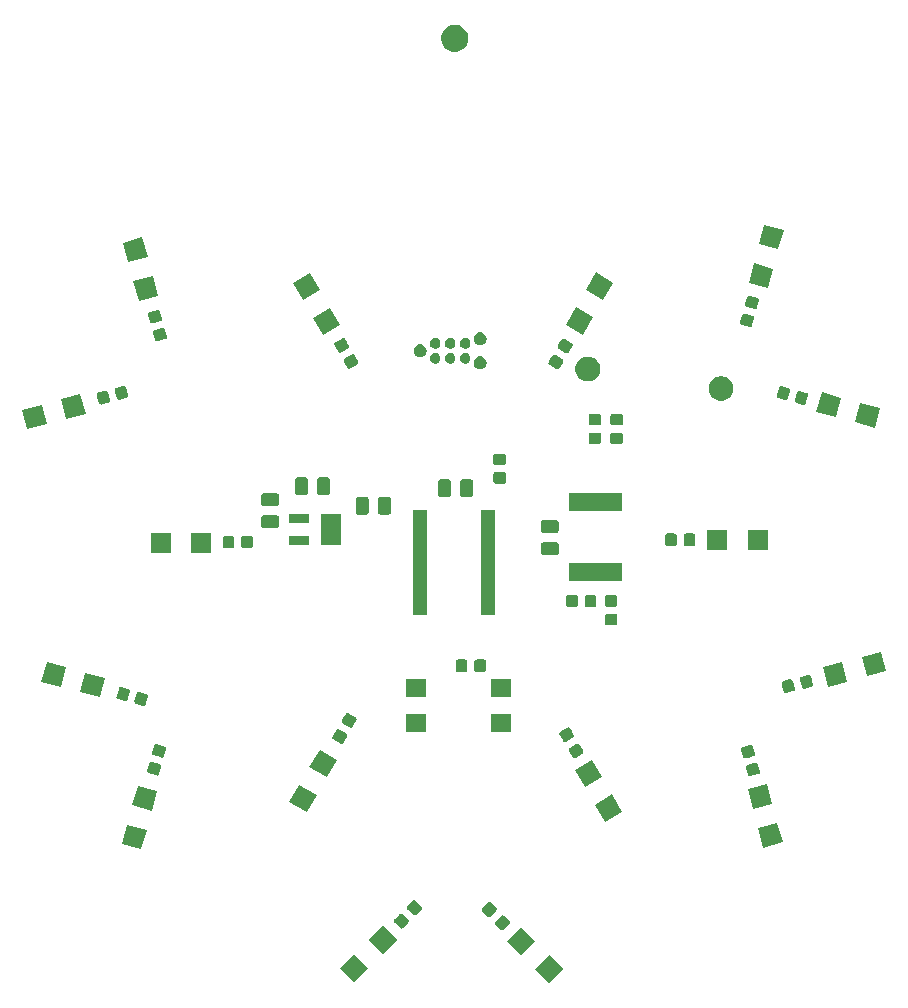
<source format=gts>
G04 #@! TF.GenerationSoftware,KiCad,Pcbnew,5.1.4*
G04 #@! TF.CreationDate,2019-12-12T19:44:32-06:00*
G04 #@! TF.ProjectId,chrimbus2019,63687269-6d62-4757-9332-3031392e6b69,rev?*
G04 #@! TF.SameCoordinates,Original*
G04 #@! TF.FileFunction,Soldermask,Top*
G04 #@! TF.FilePolarity,Negative*
%FSLAX46Y46*%
G04 Gerber Fmt 4.6, Leading zero omitted, Abs format (unit mm)*
G04 Created by KiCad (PCBNEW 5.1.4) date 2019-12-12 19:44:32*
%MOMM*%
%LPD*%
G04 APERTURE LIST*
%ADD10C,0.100000*%
G04 APERTURE END LIST*
D10*
G36*
X164135659Y-115865963D02*
G01*
X162932163Y-117069459D01*
X161728667Y-115865963D01*
X162932163Y-114662467D01*
X164135659Y-115865963D01*
X164135659Y-115865963D01*
G37*
G36*
X147617933Y-115764363D02*
G01*
X146414437Y-116967859D01*
X145210941Y-115764363D01*
X146414437Y-114560867D01*
X147617933Y-115764363D01*
X147617933Y-115764363D01*
G37*
G36*
X161731496Y-113461800D02*
G01*
X160528000Y-114665296D01*
X159324504Y-113461800D01*
X160528000Y-112258304D01*
X161731496Y-113461800D01*
X161731496Y-113461800D01*
G37*
G36*
X150022096Y-113360200D02*
G01*
X148818600Y-114563696D01*
X147615104Y-113360200D01*
X148818600Y-112156704D01*
X150022096Y-113360200D01*
X150022096Y-113360200D01*
G37*
G36*
X159013105Y-111297855D02*
G01*
X159047083Y-111308163D01*
X159078404Y-111324904D01*
X159110618Y-111351342D01*
X159150469Y-111391193D01*
X159150475Y-111391198D01*
X159495896Y-111736619D01*
X159495901Y-111736625D01*
X159535752Y-111776476D01*
X159562190Y-111808690D01*
X159578931Y-111840011D01*
X159589239Y-111873989D01*
X159592719Y-111909330D01*
X159589239Y-111944671D01*
X159578931Y-111978649D01*
X159562190Y-112009970D01*
X159535752Y-112042184D01*
X159495901Y-112082035D01*
X159495896Y-112082041D01*
X159097441Y-112480496D01*
X159097435Y-112480501D01*
X159057584Y-112520352D01*
X159025370Y-112546790D01*
X158994049Y-112563531D01*
X158960071Y-112573839D01*
X158924730Y-112577319D01*
X158889389Y-112573839D01*
X158855411Y-112563531D01*
X158824090Y-112546790D01*
X158791876Y-112520352D01*
X158752025Y-112480501D01*
X158752019Y-112480496D01*
X158406598Y-112135075D01*
X158406593Y-112135069D01*
X158366742Y-112095218D01*
X158340304Y-112063004D01*
X158323563Y-112031683D01*
X158313255Y-111997705D01*
X158309775Y-111962364D01*
X158313255Y-111927023D01*
X158323563Y-111893045D01*
X158340304Y-111861724D01*
X158366742Y-111829510D01*
X158406593Y-111789659D01*
X158406598Y-111789653D01*
X158805053Y-111391198D01*
X158805059Y-111391193D01*
X158844910Y-111351342D01*
X158877124Y-111324904D01*
X158908445Y-111308163D01*
X158942423Y-111297855D01*
X158977764Y-111294375D01*
X159013105Y-111297855D01*
X159013105Y-111297855D01*
G37*
G36*
X150404177Y-111145455D02*
G01*
X150438155Y-111155763D01*
X150469476Y-111172504D01*
X150501690Y-111198942D01*
X150541541Y-111238793D01*
X150541547Y-111238798D01*
X150940002Y-111637253D01*
X150940007Y-111637259D01*
X150979858Y-111677110D01*
X151006296Y-111709324D01*
X151023037Y-111740645D01*
X151033345Y-111774623D01*
X151036825Y-111809964D01*
X151033345Y-111845305D01*
X151023037Y-111879283D01*
X151006296Y-111910604D01*
X150979858Y-111942818D01*
X150940007Y-111982669D01*
X150940002Y-111982675D01*
X150594581Y-112328096D01*
X150594575Y-112328101D01*
X150554724Y-112367952D01*
X150522510Y-112394390D01*
X150491189Y-112411131D01*
X150457211Y-112421439D01*
X150421870Y-112424919D01*
X150386529Y-112421439D01*
X150352551Y-112411131D01*
X150321230Y-112394390D01*
X150289016Y-112367952D01*
X150249165Y-112328101D01*
X150249159Y-112328096D01*
X149850704Y-111929641D01*
X149850699Y-111929635D01*
X149810848Y-111889784D01*
X149784410Y-111857570D01*
X149767669Y-111826249D01*
X149757361Y-111792271D01*
X149753881Y-111756930D01*
X149757361Y-111721589D01*
X149767669Y-111687611D01*
X149784410Y-111656290D01*
X149810848Y-111624076D01*
X149850699Y-111584225D01*
X149850704Y-111584219D01*
X150196125Y-111238798D01*
X150196131Y-111238793D01*
X150235982Y-111198942D01*
X150268196Y-111172504D01*
X150299517Y-111155763D01*
X150333495Y-111145455D01*
X150368836Y-111141975D01*
X150404177Y-111145455D01*
X150404177Y-111145455D01*
G37*
G36*
X157899411Y-110184161D02*
G01*
X157933389Y-110194469D01*
X157964710Y-110211210D01*
X157996924Y-110237648D01*
X158036775Y-110277499D01*
X158036781Y-110277504D01*
X158382202Y-110622925D01*
X158382207Y-110622931D01*
X158422058Y-110662782D01*
X158448496Y-110694996D01*
X158465237Y-110726317D01*
X158475545Y-110760295D01*
X158479025Y-110795636D01*
X158475545Y-110830977D01*
X158465237Y-110864955D01*
X158448496Y-110896276D01*
X158422058Y-110928490D01*
X158382207Y-110968341D01*
X158382202Y-110968347D01*
X157983747Y-111366802D01*
X157983741Y-111366807D01*
X157943890Y-111406658D01*
X157911676Y-111433096D01*
X157880355Y-111449837D01*
X157846377Y-111460145D01*
X157811036Y-111463625D01*
X157775695Y-111460145D01*
X157741717Y-111449837D01*
X157710396Y-111433096D01*
X157678182Y-111406658D01*
X157638331Y-111366807D01*
X157638325Y-111366802D01*
X157292904Y-111021381D01*
X157292899Y-111021375D01*
X157253048Y-110981524D01*
X157226610Y-110949310D01*
X157209869Y-110917989D01*
X157199561Y-110884011D01*
X157196081Y-110848670D01*
X157199561Y-110813329D01*
X157209869Y-110779351D01*
X157226610Y-110748030D01*
X157253048Y-110715816D01*
X157292899Y-110675965D01*
X157292904Y-110675959D01*
X157691359Y-110277504D01*
X157691365Y-110277499D01*
X157731216Y-110237648D01*
X157763430Y-110211210D01*
X157794751Y-110194469D01*
X157828729Y-110184161D01*
X157864070Y-110180681D01*
X157899411Y-110184161D01*
X157899411Y-110184161D01*
G37*
G36*
X151517871Y-110031761D02*
G01*
X151551849Y-110042069D01*
X151583170Y-110058810D01*
X151615384Y-110085248D01*
X151655235Y-110125099D01*
X151655241Y-110125104D01*
X152053696Y-110523559D01*
X152053701Y-110523565D01*
X152093552Y-110563416D01*
X152119990Y-110595630D01*
X152136731Y-110626951D01*
X152147039Y-110660929D01*
X152150519Y-110696270D01*
X152147039Y-110731611D01*
X152136731Y-110765589D01*
X152119990Y-110796910D01*
X152093552Y-110829124D01*
X152053701Y-110868975D01*
X152053696Y-110868981D01*
X151708275Y-111214402D01*
X151708269Y-111214407D01*
X151668418Y-111254258D01*
X151636204Y-111280696D01*
X151604883Y-111297437D01*
X151570905Y-111307745D01*
X151535564Y-111311225D01*
X151500223Y-111307745D01*
X151466245Y-111297437D01*
X151434924Y-111280696D01*
X151402710Y-111254258D01*
X151362859Y-111214407D01*
X151362853Y-111214402D01*
X150964398Y-110815947D01*
X150964393Y-110815941D01*
X150924542Y-110776090D01*
X150898104Y-110743876D01*
X150881363Y-110712555D01*
X150871055Y-110678577D01*
X150867575Y-110643236D01*
X150871055Y-110607895D01*
X150881363Y-110573917D01*
X150898104Y-110542596D01*
X150924542Y-110510382D01*
X150964393Y-110470531D01*
X150964398Y-110470525D01*
X151309819Y-110125104D01*
X151309825Y-110125099D01*
X151349676Y-110085248D01*
X151381890Y-110058810D01*
X151413211Y-110042069D01*
X151447189Y-110031761D01*
X151482530Y-110028281D01*
X151517871Y-110031761D01*
X151517871Y-110031761D01*
G37*
G36*
X128838673Y-104079200D02*
G01*
X128398163Y-105723206D01*
X126754157Y-105282696D01*
X127194667Y-103638690D01*
X128838673Y-104079200D01*
X128838673Y-104079200D01*
G37*
G36*
X182677658Y-105122748D02*
G01*
X181033652Y-105563258D01*
X180593142Y-103919252D01*
X182237148Y-103478742D01*
X182677658Y-105122748D01*
X182677658Y-105122748D01*
G37*
G36*
X169107288Y-102546488D02*
G01*
X167633312Y-103397488D01*
X166782312Y-101923512D01*
X168256288Y-101072512D01*
X169107288Y-102546488D01*
X169107288Y-102546488D01*
G37*
G36*
X143250088Y-101085312D02*
G01*
X142399088Y-102559288D01*
X140925112Y-101708288D01*
X141776112Y-100234312D01*
X143250088Y-101085312D01*
X143250088Y-101085312D01*
G37*
G36*
X129718658Y-100795052D02*
G01*
X129278148Y-102439058D01*
X127634142Y-101998548D01*
X128074652Y-100354542D01*
X129718658Y-100795052D01*
X129718658Y-100795052D01*
G37*
G36*
X181797673Y-101838600D02*
G01*
X180153667Y-102279110D01*
X179713157Y-100635104D01*
X181357163Y-100194594D01*
X181797673Y-101838600D01*
X181797673Y-101838600D01*
G37*
G36*
X167407288Y-99602002D02*
G01*
X165933312Y-100453002D01*
X165082312Y-98979026D01*
X166556288Y-98128026D01*
X167407288Y-99602002D01*
X167407288Y-99602002D01*
G37*
G36*
X144950088Y-98140826D02*
G01*
X144099088Y-99614802D01*
X142625112Y-98763802D01*
X143476112Y-97289826D01*
X144950088Y-98140826D01*
X144950088Y-98140826D01*
G37*
G36*
X180439589Y-98417475D02*
G01*
X180474174Y-98425539D01*
X180506520Y-98440196D01*
X180535384Y-98460879D01*
X180559659Y-98486797D01*
X180578413Y-98516955D01*
X180593092Y-98555957D01*
X180748700Y-99136691D01*
X180755490Y-99177821D01*
X180754329Y-99213308D01*
X180746264Y-99247897D01*
X180731611Y-99280237D01*
X180710927Y-99309100D01*
X180685006Y-99333378D01*
X180654849Y-99352132D01*
X180615847Y-99366811D01*
X179962668Y-99541830D01*
X179921537Y-99548620D01*
X179886051Y-99547459D01*
X179851466Y-99539395D01*
X179819120Y-99524738D01*
X179790256Y-99504055D01*
X179765981Y-99478137D01*
X179747227Y-99447979D01*
X179732548Y-99408977D01*
X179576940Y-98828243D01*
X179570150Y-98787113D01*
X179571311Y-98751626D01*
X179579376Y-98717037D01*
X179594029Y-98684697D01*
X179614713Y-98655834D01*
X179640634Y-98631556D01*
X179670791Y-98612802D01*
X179709793Y-98598123D01*
X180291223Y-98442329D01*
X180308536Y-98437690D01*
X180308537Y-98437690D01*
X180362972Y-98423104D01*
X180404103Y-98416314D01*
X180439589Y-98417475D01*
X180439589Y-98417475D01*
G37*
G36*
X129288428Y-98346904D02*
G01*
X129941607Y-98521923D01*
X129980609Y-98536602D01*
X130010767Y-98555356D01*
X130036685Y-98579631D01*
X130057368Y-98608495D01*
X130072025Y-98640841D01*
X130080089Y-98675426D01*
X130081250Y-98710912D01*
X130074460Y-98752043D01*
X129918852Y-99332777D01*
X129904173Y-99371779D01*
X129885419Y-99401936D01*
X129861141Y-99427857D01*
X129832278Y-99448541D01*
X129799938Y-99463194D01*
X129765349Y-99471259D01*
X129729862Y-99472420D01*
X129688732Y-99465630D01*
X129622858Y-99447979D01*
X129319935Y-99366811D01*
X129035553Y-99290611D01*
X128996551Y-99275932D01*
X128966393Y-99257178D01*
X128940475Y-99232903D01*
X128919792Y-99204039D01*
X128905135Y-99171693D01*
X128897071Y-99137108D01*
X128895910Y-99101622D01*
X128902700Y-99060491D01*
X129058308Y-98479757D01*
X129072987Y-98440755D01*
X129091741Y-98410598D01*
X129116019Y-98384677D01*
X129144882Y-98363993D01*
X129177222Y-98349340D01*
X129211811Y-98341275D01*
X129247298Y-98340114D01*
X129288428Y-98346904D01*
X129288428Y-98346904D01*
G37*
G36*
X180031949Y-96896141D02*
G01*
X180066534Y-96904205D01*
X180098880Y-96918862D01*
X180127744Y-96939545D01*
X180152019Y-96965463D01*
X180170773Y-96995621D01*
X180185452Y-97034623D01*
X180341060Y-97615357D01*
X180347850Y-97656487D01*
X180346689Y-97691974D01*
X180338624Y-97726563D01*
X180323971Y-97758903D01*
X180303287Y-97787766D01*
X180277366Y-97812044D01*
X180247209Y-97830798D01*
X180208207Y-97845477D01*
X179839410Y-97944296D01*
X179642086Y-97997169D01*
X179555028Y-98020496D01*
X179513897Y-98027286D01*
X179478411Y-98026125D01*
X179443826Y-98018061D01*
X179411480Y-98003404D01*
X179382616Y-97982721D01*
X179358341Y-97956803D01*
X179339587Y-97926645D01*
X179324908Y-97887643D01*
X179169300Y-97306909D01*
X179162510Y-97265779D01*
X179163671Y-97230292D01*
X179171736Y-97195703D01*
X179186389Y-97163363D01*
X179207073Y-97134500D01*
X179232994Y-97110222D01*
X179263151Y-97091468D01*
X179302153Y-97076789D01*
X179883583Y-96920995D01*
X179900896Y-96916356D01*
X179900897Y-96916356D01*
X179955332Y-96901770D01*
X179996463Y-96894980D01*
X180031949Y-96896141D01*
X180031949Y-96896141D01*
G37*
G36*
X165380588Y-96767045D02*
G01*
X165413823Y-96779553D01*
X165443978Y-96798305D01*
X165469897Y-96822581D01*
X165494174Y-96856459D01*
X165522350Y-96905260D01*
X165522355Y-96905268D01*
X165766605Y-97328322D01*
X165794784Y-97377130D01*
X165811985Y-97415094D01*
X165820050Y-97449681D01*
X165821211Y-97485167D01*
X165815426Y-97520210D01*
X165802919Y-97553441D01*
X165784168Y-97583595D01*
X165759890Y-97609516D01*
X165726012Y-97633793D01*
X165677211Y-97661968D01*
X165677203Y-97661974D01*
X165189197Y-97943724D01*
X165189194Y-97943725D01*
X165140389Y-97971903D01*
X165102425Y-97989104D01*
X165067838Y-97997169D01*
X165032352Y-97998330D01*
X164997312Y-97992545D01*
X164964077Y-97980037D01*
X164933922Y-97961285D01*
X164908003Y-97937009D01*
X164883726Y-97903131D01*
X164855550Y-97854330D01*
X164855545Y-97854322D01*
X164611295Y-97431268D01*
X164611294Y-97431265D01*
X164583116Y-97382460D01*
X164565915Y-97344496D01*
X164557850Y-97309909D01*
X164556689Y-97274423D01*
X164562474Y-97239380D01*
X164574981Y-97206149D01*
X164593732Y-97175995D01*
X164618010Y-97150074D01*
X164651888Y-97125797D01*
X164700689Y-97097622D01*
X164700697Y-97097616D01*
X165188703Y-96815866D01*
X165188706Y-96815865D01*
X165237511Y-96787687D01*
X165275475Y-96770486D01*
X165310062Y-96762421D01*
X165345548Y-96761260D01*
X165380588Y-96767045D01*
X165380588Y-96767045D01*
G37*
G36*
X129696068Y-96825570D02*
G01*
X129750503Y-96840156D01*
X129750504Y-96840156D01*
X129908989Y-96882622D01*
X130349247Y-97000589D01*
X130388249Y-97015268D01*
X130418407Y-97034022D01*
X130444325Y-97058297D01*
X130465008Y-97087161D01*
X130479665Y-97119507D01*
X130487729Y-97154092D01*
X130488890Y-97189578D01*
X130482100Y-97230709D01*
X130326492Y-97811443D01*
X130311813Y-97850445D01*
X130293059Y-97880602D01*
X130268781Y-97906523D01*
X130239918Y-97927207D01*
X130207578Y-97941860D01*
X130172989Y-97949925D01*
X130137502Y-97951086D01*
X130096372Y-97944296D01*
X130030498Y-97926645D01*
X129727575Y-97845477D01*
X129443193Y-97769277D01*
X129404191Y-97754598D01*
X129374033Y-97735844D01*
X129348115Y-97711569D01*
X129327432Y-97682705D01*
X129312775Y-97650359D01*
X129304711Y-97615774D01*
X129303550Y-97580288D01*
X129310340Y-97539157D01*
X129465948Y-96958423D01*
X129480627Y-96919421D01*
X129499381Y-96889264D01*
X129523659Y-96863343D01*
X129552522Y-96842659D01*
X129584862Y-96828006D01*
X129619451Y-96819941D01*
X129654938Y-96818780D01*
X129696068Y-96825570D01*
X129696068Y-96825570D01*
G37*
G36*
X145077938Y-95543221D02*
G01*
X145112525Y-95551286D01*
X145150489Y-95568487D01*
X145199294Y-95596665D01*
X145199297Y-95596666D01*
X145687303Y-95878416D01*
X145687311Y-95878422D01*
X145736112Y-95906597D01*
X145769990Y-95930874D01*
X145794266Y-95956793D01*
X145813018Y-95986948D01*
X145825526Y-96020183D01*
X145831311Y-96055223D01*
X145830150Y-96090709D01*
X145822085Y-96125296D01*
X145804884Y-96163260D01*
X145776706Y-96212065D01*
X145776705Y-96212068D01*
X145532455Y-96635122D01*
X145532450Y-96635130D01*
X145504274Y-96683931D01*
X145479997Y-96717809D01*
X145454076Y-96742087D01*
X145423922Y-96760838D01*
X145390691Y-96773345D01*
X145355648Y-96779130D01*
X145320162Y-96777969D01*
X145285575Y-96769904D01*
X145247611Y-96752703D01*
X145198806Y-96724525D01*
X145198803Y-96724524D01*
X144710797Y-96442774D01*
X144710789Y-96442768D01*
X144661988Y-96414593D01*
X144628110Y-96390316D01*
X144603834Y-96364397D01*
X144585082Y-96334242D01*
X144572574Y-96301007D01*
X144566789Y-96265967D01*
X144567950Y-96230481D01*
X144576015Y-96195894D01*
X144593216Y-96157930D01*
X144621395Y-96109122D01*
X144865645Y-95686068D01*
X144865650Y-95686060D01*
X144893826Y-95637259D01*
X144918103Y-95603381D01*
X144944024Y-95579103D01*
X144974178Y-95560352D01*
X145007409Y-95547845D01*
X145042452Y-95542060D01*
X145077938Y-95543221D01*
X145077938Y-95543221D01*
G37*
G36*
X164593088Y-95403055D02*
G01*
X164626323Y-95415563D01*
X164656478Y-95434315D01*
X164682397Y-95458591D01*
X164706674Y-95492469D01*
X164734850Y-95541270D01*
X164734855Y-95541278D01*
X164959788Y-95930874D01*
X165007284Y-96013140D01*
X165024485Y-96051104D01*
X165032550Y-96085691D01*
X165033711Y-96121177D01*
X165027926Y-96156220D01*
X165015419Y-96189451D01*
X164996668Y-96219605D01*
X164972390Y-96245526D01*
X164938512Y-96269803D01*
X164889711Y-96297978D01*
X164889703Y-96297984D01*
X164401697Y-96579734D01*
X164401694Y-96579735D01*
X164352889Y-96607913D01*
X164314925Y-96625114D01*
X164280338Y-96633179D01*
X164244852Y-96634340D01*
X164209812Y-96628555D01*
X164176577Y-96616047D01*
X164146422Y-96597295D01*
X164120503Y-96573019D01*
X164096226Y-96539141D01*
X164068050Y-96490340D01*
X164068045Y-96490332D01*
X163823795Y-96067278D01*
X163823794Y-96067275D01*
X163795616Y-96018470D01*
X163778415Y-95980506D01*
X163770350Y-95945919D01*
X163769189Y-95910433D01*
X163774974Y-95875390D01*
X163787481Y-95842159D01*
X163806232Y-95812005D01*
X163830510Y-95786084D01*
X163864388Y-95761807D01*
X163913189Y-95733632D01*
X163913197Y-95733626D01*
X164401203Y-95451876D01*
X164401206Y-95451875D01*
X164450011Y-95423697D01*
X164487975Y-95406496D01*
X164522562Y-95398431D01*
X164558048Y-95397270D01*
X164593088Y-95403055D01*
X164593088Y-95403055D01*
G37*
G36*
X152470400Y-95799200D02*
G01*
X150768400Y-95799200D01*
X150768400Y-94297200D01*
X152470400Y-94297200D01*
X152470400Y-95799200D01*
X152470400Y-95799200D01*
G37*
G36*
X159670400Y-95799200D02*
G01*
X157968400Y-95799200D01*
X157968400Y-94297200D01*
X159670400Y-94297200D01*
X159670400Y-95799200D01*
X159670400Y-95799200D01*
G37*
G36*
X145865438Y-94179231D02*
G01*
X145900025Y-94187296D01*
X145937989Y-94204497D01*
X145986794Y-94232675D01*
X145986797Y-94232676D01*
X146474803Y-94514426D01*
X146474811Y-94514432D01*
X146523612Y-94542607D01*
X146557490Y-94566884D01*
X146581766Y-94592803D01*
X146600518Y-94622958D01*
X146613026Y-94656193D01*
X146618811Y-94691233D01*
X146617650Y-94726719D01*
X146609585Y-94761306D01*
X146592384Y-94799270D01*
X146564206Y-94848075D01*
X146564205Y-94848078D01*
X146319955Y-95271132D01*
X146319950Y-95271140D01*
X146291774Y-95319941D01*
X146267497Y-95353819D01*
X146241576Y-95378097D01*
X146211422Y-95396848D01*
X146178191Y-95409355D01*
X146143148Y-95415140D01*
X146107662Y-95413979D01*
X146073075Y-95405914D01*
X146035111Y-95388713D01*
X145986306Y-95360535D01*
X145986303Y-95360534D01*
X145498297Y-95078784D01*
X145498289Y-95078778D01*
X145449488Y-95050603D01*
X145415610Y-95026326D01*
X145391334Y-95000407D01*
X145372582Y-94970252D01*
X145360074Y-94937017D01*
X145354289Y-94901977D01*
X145355450Y-94866491D01*
X145363515Y-94831904D01*
X145380716Y-94793940D01*
X145419526Y-94726719D01*
X145653145Y-94322078D01*
X145653150Y-94322070D01*
X145681326Y-94273269D01*
X145705603Y-94239391D01*
X145731524Y-94215113D01*
X145761678Y-94196362D01*
X145794909Y-94183855D01*
X145829952Y-94178070D01*
X145865438Y-94179231D01*
X145865438Y-94179231D01*
G37*
G36*
X128214710Y-92379360D02*
G01*
X128795444Y-92534968D01*
X128834446Y-92549647D01*
X128864603Y-92568401D01*
X128890524Y-92592679D01*
X128911208Y-92621542D01*
X128925861Y-92653882D01*
X128933926Y-92688471D01*
X128935087Y-92723958D01*
X128928297Y-92765088D01*
X128913711Y-92819523D01*
X128913711Y-92819524D01*
X128877093Y-92956183D01*
X128753278Y-93418267D01*
X128738599Y-93457269D01*
X128719845Y-93487427D01*
X128695570Y-93513345D01*
X128666706Y-93534028D01*
X128634360Y-93548685D01*
X128599775Y-93556749D01*
X128564289Y-93557910D01*
X128523158Y-93551120D01*
X127942424Y-93395512D01*
X127903422Y-93380833D01*
X127873265Y-93362079D01*
X127847344Y-93337801D01*
X127826660Y-93308938D01*
X127812007Y-93276598D01*
X127803942Y-93242009D01*
X127802781Y-93206522D01*
X127809571Y-93165392D01*
X127984590Y-92512213D01*
X127999269Y-92473211D01*
X128018023Y-92443053D01*
X128042298Y-92417135D01*
X128071162Y-92396452D01*
X128103508Y-92381795D01*
X128138093Y-92373731D01*
X128173579Y-92372570D01*
X128214710Y-92379360D01*
X128214710Y-92379360D01*
G37*
G36*
X126693376Y-91971720D02*
G01*
X127274110Y-92127328D01*
X127313112Y-92142007D01*
X127343269Y-92160761D01*
X127369190Y-92185039D01*
X127389874Y-92213902D01*
X127404527Y-92246242D01*
X127412592Y-92280831D01*
X127413753Y-92316318D01*
X127406963Y-92357448D01*
X127392377Y-92411883D01*
X127392377Y-92411884D01*
X127366981Y-92506664D01*
X127231944Y-93010627D01*
X127217265Y-93049629D01*
X127198511Y-93079787D01*
X127174236Y-93105705D01*
X127145372Y-93126388D01*
X127113026Y-93141045D01*
X127078441Y-93149109D01*
X127042955Y-93150270D01*
X127001824Y-93143480D01*
X126421090Y-92987872D01*
X126382088Y-92973193D01*
X126351931Y-92954439D01*
X126326010Y-92930161D01*
X126305326Y-92901298D01*
X126290673Y-92868958D01*
X126282608Y-92834369D01*
X126281447Y-92798882D01*
X126288237Y-92757752D01*
X126321348Y-92634182D01*
X126371930Y-92445406D01*
X126463256Y-92104573D01*
X126477935Y-92065571D01*
X126496689Y-92035413D01*
X126520964Y-92009495D01*
X126549828Y-91988812D01*
X126582174Y-91974155D01*
X126616759Y-91966091D01*
X126652245Y-91964930D01*
X126693376Y-91971720D01*
X126693376Y-91971720D01*
G37*
G36*
X125299058Y-91193852D02*
G01*
X124858548Y-92837858D01*
X123214542Y-92397348D01*
X123655052Y-90753342D01*
X125299058Y-91193852D01*
X125299058Y-91193852D01*
G37*
G36*
X159670400Y-92799200D02*
G01*
X157968400Y-92799200D01*
X157968400Y-91297200D01*
X159670400Y-91297200D01*
X159670400Y-92799200D01*
X159670400Y-92799200D01*
G37*
G36*
X152470400Y-92799200D02*
G01*
X150768400Y-92799200D01*
X150768400Y-91297200D01*
X152470400Y-91297200D01*
X152470400Y-92799200D01*
X152470400Y-92799200D01*
G37*
G36*
X183391574Y-91331711D02*
G01*
X183426163Y-91339776D01*
X183458503Y-91354429D01*
X183487366Y-91375113D01*
X183511644Y-91401034D01*
X183530398Y-91431191D01*
X183545077Y-91470193D01*
X183634259Y-91803024D01*
X183704104Y-92063687D01*
X183720096Y-92123372D01*
X183726886Y-92164503D01*
X183725725Y-92199989D01*
X183717661Y-92234574D01*
X183703004Y-92266920D01*
X183682321Y-92295784D01*
X183656403Y-92320059D01*
X183626245Y-92338813D01*
X183587243Y-92353492D01*
X183006509Y-92509100D01*
X182965379Y-92515890D01*
X182929892Y-92514729D01*
X182895303Y-92506664D01*
X182862963Y-92492011D01*
X182834100Y-92471327D01*
X182809822Y-92445406D01*
X182791068Y-92415249D01*
X182776389Y-92376247D01*
X182652574Y-91914163D01*
X182615956Y-91777504D01*
X182615956Y-91777503D01*
X182601370Y-91723068D01*
X182594580Y-91681937D01*
X182595741Y-91646451D01*
X182603805Y-91611866D01*
X182618462Y-91579520D01*
X182639145Y-91550656D01*
X182665063Y-91526381D01*
X182695221Y-91507627D01*
X182734223Y-91492948D01*
X183314957Y-91337340D01*
X183356087Y-91330550D01*
X183391574Y-91331711D01*
X183391574Y-91331711D01*
G37*
G36*
X184912908Y-90924071D02*
G01*
X184947497Y-90932136D01*
X184979837Y-90946789D01*
X185008700Y-90967473D01*
X185032978Y-90993394D01*
X185051732Y-91023551D01*
X185066411Y-91062553D01*
X185134169Y-91315428D01*
X185208320Y-91592162D01*
X185241430Y-91715732D01*
X185248220Y-91756863D01*
X185247059Y-91792349D01*
X185238995Y-91826934D01*
X185224338Y-91859280D01*
X185203655Y-91888144D01*
X185177737Y-91912419D01*
X185147579Y-91931173D01*
X185108577Y-91945852D01*
X184527843Y-92101460D01*
X184486713Y-92108250D01*
X184451226Y-92107089D01*
X184416637Y-92099024D01*
X184384297Y-92084371D01*
X184355434Y-92063687D01*
X184331156Y-92037766D01*
X184312402Y-92007609D01*
X184297723Y-91968607D01*
X184139022Y-91376327D01*
X184137290Y-91369864D01*
X184137290Y-91369863D01*
X184122704Y-91315428D01*
X184115914Y-91274297D01*
X184117075Y-91238811D01*
X184125139Y-91204226D01*
X184139796Y-91171880D01*
X184160479Y-91143016D01*
X184186397Y-91118741D01*
X184216555Y-91099987D01*
X184255557Y-91085308D01*
X184836291Y-90929700D01*
X184877421Y-90922910D01*
X184912908Y-90924071D01*
X184912908Y-90924071D01*
G37*
G36*
X122014910Y-90313867D02*
G01*
X121574400Y-91957873D01*
X119930394Y-91517363D01*
X120370904Y-89873357D01*
X122014910Y-90313867D01*
X122014910Y-90313867D01*
G37*
G36*
X188164058Y-91508348D02*
G01*
X186520052Y-91948858D01*
X186079542Y-90304852D01*
X187723548Y-89864342D01*
X188164058Y-91508348D01*
X188164058Y-91508348D01*
G37*
G36*
X191448206Y-90628363D02*
G01*
X189804200Y-91068873D01*
X189363690Y-89424867D01*
X191007696Y-88984357D01*
X191448206Y-90628363D01*
X191448206Y-90628363D01*
G37*
G36*
X157415791Y-89648085D02*
G01*
X157449769Y-89658393D01*
X157481090Y-89675134D01*
X157508539Y-89697661D01*
X157531066Y-89725110D01*
X157547807Y-89756431D01*
X157558115Y-89790409D01*
X157562200Y-89831890D01*
X157562200Y-90508110D01*
X157558115Y-90549591D01*
X157547807Y-90583569D01*
X157531066Y-90614890D01*
X157508539Y-90642339D01*
X157481090Y-90664866D01*
X157449769Y-90681607D01*
X157415791Y-90691915D01*
X157374310Y-90696000D01*
X156773090Y-90696000D01*
X156731609Y-90691915D01*
X156697631Y-90681607D01*
X156666310Y-90664866D01*
X156638861Y-90642339D01*
X156616334Y-90614890D01*
X156599593Y-90583569D01*
X156589285Y-90549591D01*
X156585200Y-90508110D01*
X156585200Y-89831890D01*
X156589285Y-89790409D01*
X156599593Y-89756431D01*
X156616334Y-89725110D01*
X156638861Y-89697661D01*
X156666310Y-89675134D01*
X156697631Y-89658393D01*
X156731609Y-89648085D01*
X156773090Y-89644000D01*
X157374310Y-89644000D01*
X157415791Y-89648085D01*
X157415791Y-89648085D01*
G37*
G36*
X155840791Y-89648085D02*
G01*
X155874769Y-89658393D01*
X155906090Y-89675134D01*
X155933539Y-89697661D01*
X155956066Y-89725110D01*
X155972807Y-89756431D01*
X155983115Y-89790409D01*
X155987200Y-89831890D01*
X155987200Y-90508110D01*
X155983115Y-90549591D01*
X155972807Y-90583569D01*
X155956066Y-90614890D01*
X155933539Y-90642339D01*
X155906090Y-90664866D01*
X155874769Y-90681607D01*
X155840791Y-90691915D01*
X155799310Y-90696000D01*
X155198090Y-90696000D01*
X155156609Y-90691915D01*
X155122631Y-90681607D01*
X155091310Y-90664866D01*
X155063861Y-90642339D01*
X155041334Y-90614890D01*
X155024593Y-90583569D01*
X155014285Y-90549591D01*
X155010200Y-90508110D01*
X155010200Y-89831890D01*
X155014285Y-89790409D01*
X155024593Y-89756431D01*
X155041334Y-89725110D01*
X155063861Y-89697661D01*
X155091310Y-89675134D01*
X155122631Y-89658393D01*
X155156609Y-89648085D01*
X155198090Y-89644000D01*
X155799310Y-89644000D01*
X155840791Y-89648085D01*
X155840791Y-89648085D01*
G37*
G36*
X168552991Y-85774085D02*
G01*
X168586969Y-85784393D01*
X168618290Y-85801134D01*
X168645739Y-85823661D01*
X168668266Y-85851110D01*
X168685007Y-85882431D01*
X168695315Y-85916409D01*
X168699400Y-85957890D01*
X168699400Y-86559110D01*
X168695315Y-86600591D01*
X168685007Y-86634569D01*
X168668266Y-86665890D01*
X168645739Y-86693339D01*
X168618290Y-86715866D01*
X168586969Y-86732607D01*
X168552991Y-86742915D01*
X168511510Y-86747000D01*
X167835290Y-86747000D01*
X167793809Y-86742915D01*
X167759831Y-86732607D01*
X167728510Y-86715866D01*
X167701061Y-86693339D01*
X167678534Y-86665890D01*
X167661793Y-86634569D01*
X167651485Y-86600591D01*
X167647400Y-86559110D01*
X167647400Y-85957890D01*
X167651485Y-85916409D01*
X167661793Y-85882431D01*
X167678534Y-85851110D01*
X167701061Y-85823661D01*
X167728510Y-85801134D01*
X167759831Y-85784393D01*
X167793809Y-85774085D01*
X167835290Y-85770000D01*
X168511510Y-85770000D01*
X168552991Y-85774085D01*
X168552991Y-85774085D01*
G37*
G36*
X158314800Y-85908400D02*
G01*
X157112800Y-85908400D01*
X157112800Y-76956400D01*
X158314800Y-76956400D01*
X158314800Y-85908400D01*
X158314800Y-85908400D01*
G37*
G36*
X152614800Y-85908400D02*
G01*
X151412800Y-85908400D01*
X151412800Y-76956400D01*
X152614800Y-76956400D01*
X152614800Y-85908400D01*
X152614800Y-85908400D01*
G37*
G36*
X166762991Y-84187085D02*
G01*
X166796969Y-84197393D01*
X166828290Y-84214134D01*
X166855739Y-84236661D01*
X166878266Y-84264110D01*
X166895007Y-84295431D01*
X166905315Y-84329409D01*
X166909400Y-84370890D01*
X166909400Y-85047110D01*
X166905315Y-85088591D01*
X166895007Y-85122569D01*
X166878266Y-85153890D01*
X166855739Y-85181339D01*
X166828290Y-85203866D01*
X166796969Y-85220607D01*
X166762991Y-85230915D01*
X166721510Y-85235000D01*
X166120290Y-85235000D01*
X166078809Y-85230915D01*
X166044831Y-85220607D01*
X166013510Y-85203866D01*
X165986061Y-85181339D01*
X165963534Y-85153890D01*
X165946793Y-85122569D01*
X165936485Y-85088591D01*
X165932400Y-85047110D01*
X165932400Y-84370890D01*
X165936485Y-84329409D01*
X165946793Y-84295431D01*
X165963534Y-84264110D01*
X165986061Y-84236661D01*
X166013510Y-84214134D01*
X166044831Y-84197393D01*
X166078809Y-84187085D01*
X166120290Y-84183000D01*
X166721510Y-84183000D01*
X166762991Y-84187085D01*
X166762991Y-84187085D01*
G37*
G36*
X165187991Y-84187085D02*
G01*
X165221969Y-84197393D01*
X165253290Y-84214134D01*
X165280739Y-84236661D01*
X165303266Y-84264110D01*
X165320007Y-84295431D01*
X165330315Y-84329409D01*
X165334400Y-84370890D01*
X165334400Y-85047110D01*
X165330315Y-85088591D01*
X165320007Y-85122569D01*
X165303266Y-85153890D01*
X165280739Y-85181339D01*
X165253290Y-85203866D01*
X165221969Y-85220607D01*
X165187991Y-85230915D01*
X165146510Y-85235000D01*
X164545290Y-85235000D01*
X164503809Y-85230915D01*
X164469831Y-85220607D01*
X164438510Y-85203866D01*
X164411061Y-85181339D01*
X164388534Y-85153890D01*
X164371793Y-85122569D01*
X164361485Y-85088591D01*
X164357400Y-85047110D01*
X164357400Y-84370890D01*
X164361485Y-84329409D01*
X164371793Y-84295431D01*
X164388534Y-84264110D01*
X164411061Y-84236661D01*
X164438510Y-84214134D01*
X164469831Y-84197393D01*
X164503809Y-84187085D01*
X164545290Y-84183000D01*
X165146510Y-84183000D01*
X165187991Y-84187085D01*
X165187991Y-84187085D01*
G37*
G36*
X168552991Y-84199085D02*
G01*
X168586969Y-84209393D01*
X168618290Y-84226134D01*
X168645739Y-84248661D01*
X168668266Y-84276110D01*
X168685007Y-84307431D01*
X168695315Y-84341409D01*
X168699400Y-84382890D01*
X168699400Y-84984110D01*
X168695315Y-85025591D01*
X168685007Y-85059569D01*
X168668266Y-85090890D01*
X168645739Y-85118339D01*
X168618290Y-85140866D01*
X168586969Y-85157607D01*
X168552991Y-85167915D01*
X168511510Y-85172000D01*
X167835290Y-85172000D01*
X167793809Y-85167915D01*
X167759831Y-85157607D01*
X167728510Y-85140866D01*
X167701061Y-85118339D01*
X167678534Y-85090890D01*
X167661793Y-85059569D01*
X167651485Y-85025591D01*
X167647400Y-84984110D01*
X167647400Y-84382890D01*
X167651485Y-84341409D01*
X167661793Y-84307431D01*
X167678534Y-84276110D01*
X167701061Y-84248661D01*
X167728510Y-84226134D01*
X167759831Y-84209393D01*
X167793809Y-84199085D01*
X167835290Y-84195000D01*
X168511510Y-84195000D01*
X168552991Y-84199085D01*
X168552991Y-84199085D01*
G37*
G36*
X169078600Y-82999400D02*
G01*
X164626600Y-82999400D01*
X164626600Y-81447400D01*
X169078600Y-81447400D01*
X169078600Y-82999400D01*
X169078600Y-82999400D01*
G37*
G36*
X163550868Y-79730065D02*
G01*
X163589538Y-79741796D01*
X163625177Y-79760846D01*
X163656417Y-79786483D01*
X163682054Y-79817723D01*
X163701104Y-79853362D01*
X163712835Y-79892032D01*
X163717400Y-79938388D01*
X163717400Y-80589612D01*
X163712835Y-80635968D01*
X163701104Y-80674638D01*
X163682054Y-80710277D01*
X163656417Y-80741517D01*
X163625177Y-80767154D01*
X163589538Y-80786204D01*
X163550868Y-80797935D01*
X163504512Y-80802500D01*
X162428288Y-80802500D01*
X162381932Y-80797935D01*
X162343262Y-80786204D01*
X162307623Y-80767154D01*
X162276383Y-80741517D01*
X162250746Y-80710277D01*
X162231696Y-80674638D01*
X162219965Y-80635968D01*
X162215400Y-80589612D01*
X162215400Y-79938388D01*
X162219965Y-79892032D01*
X162231696Y-79853362D01*
X162250746Y-79817723D01*
X162276383Y-79786483D01*
X162307623Y-79760846D01*
X162343262Y-79741796D01*
X162381932Y-79730065D01*
X162428288Y-79725500D01*
X163504512Y-79725500D01*
X163550868Y-79730065D01*
X163550868Y-79730065D01*
G37*
G36*
X134328000Y-80607000D02*
G01*
X132626000Y-80607000D01*
X132626000Y-78905000D01*
X134328000Y-78905000D01*
X134328000Y-80607000D01*
X134328000Y-80607000D01*
G37*
G36*
X130928000Y-80607000D02*
G01*
X129226000Y-80607000D01*
X129226000Y-78905000D01*
X130928000Y-78905000D01*
X130928000Y-80607000D01*
X130928000Y-80607000D01*
G37*
G36*
X178016000Y-80403800D02*
G01*
X176314000Y-80403800D01*
X176314000Y-78701800D01*
X178016000Y-78701800D01*
X178016000Y-80403800D01*
X178016000Y-80403800D01*
G37*
G36*
X181416000Y-80403800D02*
G01*
X179714000Y-80403800D01*
X179714000Y-78701800D01*
X181416000Y-78701800D01*
X181416000Y-80403800D01*
X181416000Y-80403800D01*
G37*
G36*
X137679991Y-79183285D02*
G01*
X137713969Y-79193593D01*
X137745290Y-79210334D01*
X137772739Y-79232861D01*
X137795266Y-79260310D01*
X137812007Y-79291631D01*
X137822315Y-79325609D01*
X137826400Y-79367090D01*
X137826400Y-80043310D01*
X137822315Y-80084791D01*
X137812007Y-80118769D01*
X137795266Y-80150090D01*
X137772739Y-80177539D01*
X137745290Y-80200066D01*
X137713969Y-80216807D01*
X137679991Y-80227115D01*
X137638510Y-80231200D01*
X137037290Y-80231200D01*
X136995809Y-80227115D01*
X136961831Y-80216807D01*
X136930510Y-80200066D01*
X136903061Y-80177539D01*
X136880534Y-80150090D01*
X136863793Y-80118769D01*
X136853485Y-80084791D01*
X136849400Y-80043310D01*
X136849400Y-79367090D01*
X136853485Y-79325609D01*
X136863793Y-79291631D01*
X136880534Y-79260310D01*
X136903061Y-79232861D01*
X136930510Y-79210334D01*
X136961831Y-79193593D01*
X136995809Y-79183285D01*
X137037290Y-79179200D01*
X137638510Y-79179200D01*
X137679991Y-79183285D01*
X137679991Y-79183285D01*
G37*
G36*
X136104991Y-79183285D02*
G01*
X136138969Y-79193593D01*
X136170290Y-79210334D01*
X136197739Y-79232861D01*
X136220266Y-79260310D01*
X136237007Y-79291631D01*
X136247315Y-79325609D01*
X136251400Y-79367090D01*
X136251400Y-80043310D01*
X136247315Y-80084791D01*
X136237007Y-80118769D01*
X136220266Y-80150090D01*
X136197739Y-80177539D01*
X136170290Y-80200066D01*
X136138969Y-80216807D01*
X136104991Y-80227115D01*
X136063510Y-80231200D01*
X135462290Y-80231200D01*
X135420809Y-80227115D01*
X135386831Y-80216807D01*
X135355510Y-80200066D01*
X135328061Y-80177539D01*
X135305534Y-80150090D01*
X135288793Y-80118769D01*
X135278485Y-80084791D01*
X135274400Y-80043310D01*
X135274400Y-79367090D01*
X135278485Y-79325609D01*
X135288793Y-79291631D01*
X135305534Y-79260310D01*
X135328061Y-79232861D01*
X135355510Y-79210334D01*
X135386831Y-79193593D01*
X135420809Y-79183285D01*
X135462290Y-79179200D01*
X136063510Y-79179200D01*
X136104991Y-79183285D01*
X136104991Y-79183285D01*
G37*
G36*
X173569991Y-78980085D02*
G01*
X173603969Y-78990393D01*
X173635290Y-79007134D01*
X173662739Y-79029661D01*
X173685266Y-79057110D01*
X173702007Y-79088431D01*
X173712315Y-79122409D01*
X173716400Y-79163890D01*
X173716400Y-79840110D01*
X173712315Y-79881591D01*
X173702007Y-79915569D01*
X173685266Y-79946890D01*
X173662739Y-79974339D01*
X173635290Y-79996866D01*
X173603969Y-80013607D01*
X173569991Y-80023915D01*
X173528510Y-80028000D01*
X172927290Y-80028000D01*
X172885809Y-80023915D01*
X172851831Y-80013607D01*
X172820510Y-79996866D01*
X172793061Y-79974339D01*
X172770534Y-79946890D01*
X172753793Y-79915569D01*
X172743485Y-79881591D01*
X172739400Y-79840110D01*
X172739400Y-79163890D01*
X172743485Y-79122409D01*
X172753793Y-79088431D01*
X172770534Y-79057110D01*
X172793061Y-79029661D01*
X172820510Y-79007134D01*
X172851831Y-78990393D01*
X172885809Y-78980085D01*
X172927290Y-78976000D01*
X173528510Y-78976000D01*
X173569991Y-78980085D01*
X173569991Y-78980085D01*
G37*
G36*
X175144991Y-78980085D02*
G01*
X175178969Y-78990393D01*
X175210290Y-79007134D01*
X175237739Y-79029661D01*
X175260266Y-79057110D01*
X175277007Y-79088431D01*
X175287315Y-79122409D01*
X175291400Y-79163890D01*
X175291400Y-79840110D01*
X175287315Y-79881591D01*
X175277007Y-79915569D01*
X175260266Y-79946890D01*
X175237739Y-79974339D01*
X175210290Y-79996866D01*
X175178969Y-80013607D01*
X175144991Y-80023915D01*
X175103510Y-80028000D01*
X174502290Y-80028000D01*
X174460809Y-80023915D01*
X174426831Y-80013607D01*
X174395510Y-79996866D01*
X174368061Y-79974339D01*
X174345534Y-79946890D01*
X174328793Y-79915569D01*
X174318485Y-79881591D01*
X174314400Y-79840110D01*
X174314400Y-79163890D01*
X174318485Y-79122409D01*
X174328793Y-79088431D01*
X174345534Y-79057110D01*
X174368061Y-79029661D01*
X174395510Y-79007134D01*
X174426831Y-78990393D01*
X174460809Y-78980085D01*
X174502290Y-78976000D01*
X175103510Y-78976000D01*
X175144991Y-78980085D01*
X175144991Y-78980085D01*
G37*
G36*
X145284600Y-79964400D02*
G01*
X143622600Y-79964400D01*
X143622600Y-77312400D01*
X145284600Y-77312400D01*
X145284600Y-79964400D01*
X145284600Y-79964400D01*
G37*
G36*
X142584600Y-79964400D02*
G01*
X140922600Y-79964400D01*
X140922600Y-79212400D01*
X142584600Y-79212400D01*
X142584600Y-79964400D01*
X142584600Y-79964400D01*
G37*
G36*
X163550868Y-77855065D02*
G01*
X163589538Y-77866796D01*
X163625177Y-77885846D01*
X163656417Y-77911483D01*
X163682054Y-77942723D01*
X163701104Y-77978362D01*
X163712835Y-78017032D01*
X163717400Y-78063388D01*
X163717400Y-78714612D01*
X163712835Y-78760968D01*
X163701104Y-78799638D01*
X163682054Y-78835277D01*
X163656417Y-78866517D01*
X163625177Y-78892154D01*
X163589538Y-78911204D01*
X163550868Y-78922935D01*
X163504512Y-78927500D01*
X162428288Y-78927500D01*
X162381932Y-78922935D01*
X162343262Y-78911204D01*
X162307623Y-78892154D01*
X162276383Y-78866517D01*
X162250746Y-78835277D01*
X162231696Y-78799638D01*
X162219965Y-78760968D01*
X162215400Y-78714612D01*
X162215400Y-78063388D01*
X162219965Y-78017032D01*
X162231696Y-77978362D01*
X162250746Y-77942723D01*
X162276383Y-77911483D01*
X162307623Y-77885846D01*
X162343262Y-77866796D01*
X162381932Y-77855065D01*
X162428288Y-77850500D01*
X163504512Y-77850500D01*
X163550868Y-77855065D01*
X163550868Y-77855065D01*
G37*
G36*
X139878068Y-77441765D02*
G01*
X139916738Y-77453496D01*
X139952377Y-77472546D01*
X139983617Y-77498183D01*
X140009254Y-77529423D01*
X140028304Y-77565062D01*
X140040035Y-77603732D01*
X140044600Y-77650088D01*
X140044600Y-78301312D01*
X140040035Y-78347668D01*
X140028304Y-78386338D01*
X140009254Y-78421977D01*
X139983617Y-78453217D01*
X139952377Y-78478854D01*
X139916738Y-78497904D01*
X139878068Y-78509635D01*
X139831712Y-78514200D01*
X138755488Y-78514200D01*
X138709132Y-78509635D01*
X138670462Y-78497904D01*
X138634823Y-78478854D01*
X138603583Y-78453217D01*
X138577946Y-78421977D01*
X138558896Y-78386338D01*
X138547165Y-78347668D01*
X138542600Y-78301312D01*
X138542600Y-77650088D01*
X138547165Y-77603732D01*
X138558896Y-77565062D01*
X138577946Y-77529423D01*
X138603583Y-77498183D01*
X138634823Y-77472546D01*
X138670462Y-77453496D01*
X138709132Y-77441765D01*
X138755488Y-77437200D01*
X139831712Y-77437200D01*
X139878068Y-77441765D01*
X139878068Y-77441765D01*
G37*
G36*
X142584600Y-78064400D02*
G01*
X140922600Y-78064400D01*
X140922600Y-77312400D01*
X142584600Y-77312400D01*
X142584600Y-78064400D01*
X142584600Y-78064400D01*
G37*
G36*
X149340668Y-75885365D02*
G01*
X149379338Y-75897096D01*
X149414977Y-75916146D01*
X149446217Y-75941783D01*
X149471854Y-75973023D01*
X149490904Y-76008662D01*
X149502635Y-76047332D01*
X149507200Y-76093688D01*
X149507200Y-77169912D01*
X149502635Y-77216268D01*
X149490904Y-77254938D01*
X149471854Y-77290577D01*
X149446217Y-77321817D01*
X149414977Y-77347454D01*
X149379338Y-77366504D01*
X149340668Y-77378235D01*
X149294312Y-77382800D01*
X148643088Y-77382800D01*
X148596732Y-77378235D01*
X148558062Y-77366504D01*
X148522423Y-77347454D01*
X148491183Y-77321817D01*
X148465546Y-77290577D01*
X148446496Y-77254938D01*
X148434765Y-77216268D01*
X148430200Y-77169912D01*
X148430200Y-76093688D01*
X148434765Y-76047332D01*
X148446496Y-76008662D01*
X148465546Y-75973023D01*
X148491183Y-75941783D01*
X148522423Y-75916146D01*
X148558062Y-75897096D01*
X148596732Y-75885365D01*
X148643088Y-75880800D01*
X149294312Y-75880800D01*
X149340668Y-75885365D01*
X149340668Y-75885365D01*
G37*
G36*
X147465668Y-75885365D02*
G01*
X147504338Y-75897096D01*
X147539977Y-75916146D01*
X147571217Y-75941783D01*
X147596854Y-75973023D01*
X147615904Y-76008662D01*
X147627635Y-76047332D01*
X147632200Y-76093688D01*
X147632200Y-77169912D01*
X147627635Y-77216268D01*
X147615904Y-77254938D01*
X147596854Y-77290577D01*
X147571217Y-77321817D01*
X147539977Y-77347454D01*
X147504338Y-77366504D01*
X147465668Y-77378235D01*
X147419312Y-77382800D01*
X146768088Y-77382800D01*
X146721732Y-77378235D01*
X146683062Y-77366504D01*
X146647423Y-77347454D01*
X146616183Y-77321817D01*
X146590546Y-77290577D01*
X146571496Y-77254938D01*
X146559765Y-77216268D01*
X146555200Y-77169912D01*
X146555200Y-76093688D01*
X146559765Y-76047332D01*
X146571496Y-76008662D01*
X146590546Y-75973023D01*
X146616183Y-75941783D01*
X146647423Y-75916146D01*
X146683062Y-75897096D01*
X146721732Y-75885365D01*
X146768088Y-75880800D01*
X147419312Y-75880800D01*
X147465668Y-75885365D01*
X147465668Y-75885365D01*
G37*
G36*
X169078600Y-77099400D02*
G01*
X164626600Y-77099400D01*
X164626600Y-75547400D01*
X169078600Y-75547400D01*
X169078600Y-77099400D01*
X169078600Y-77099400D01*
G37*
G36*
X139878068Y-75566765D02*
G01*
X139916738Y-75578496D01*
X139952377Y-75597546D01*
X139983617Y-75623183D01*
X140009254Y-75654423D01*
X140028304Y-75690062D01*
X140040035Y-75728732D01*
X140044600Y-75775088D01*
X140044600Y-76426312D01*
X140040035Y-76472668D01*
X140028304Y-76511338D01*
X140009254Y-76546977D01*
X139983617Y-76578217D01*
X139952377Y-76603854D01*
X139916738Y-76622904D01*
X139878068Y-76634635D01*
X139831712Y-76639200D01*
X138755488Y-76639200D01*
X138709132Y-76634635D01*
X138670462Y-76622904D01*
X138634823Y-76603854D01*
X138603583Y-76578217D01*
X138577946Y-76546977D01*
X138558896Y-76511338D01*
X138547165Y-76472668D01*
X138542600Y-76426312D01*
X138542600Y-75775088D01*
X138547165Y-75728732D01*
X138558896Y-75690062D01*
X138577946Y-75654423D01*
X138603583Y-75623183D01*
X138634823Y-75597546D01*
X138670462Y-75578496D01*
X138709132Y-75566765D01*
X138755488Y-75562200D01*
X139831712Y-75562200D01*
X139878068Y-75566765D01*
X139878068Y-75566765D01*
G37*
G36*
X156300268Y-74386765D02*
G01*
X156338938Y-74398496D01*
X156374577Y-74417546D01*
X156405817Y-74443183D01*
X156431454Y-74474423D01*
X156450504Y-74510062D01*
X156462235Y-74548732D01*
X156466800Y-74595088D01*
X156466800Y-75671312D01*
X156462235Y-75717668D01*
X156450504Y-75756338D01*
X156431454Y-75791977D01*
X156405817Y-75823217D01*
X156374577Y-75848854D01*
X156338938Y-75867904D01*
X156300268Y-75879635D01*
X156253912Y-75884200D01*
X155602688Y-75884200D01*
X155556332Y-75879635D01*
X155517662Y-75867904D01*
X155482023Y-75848854D01*
X155450783Y-75823217D01*
X155425146Y-75791977D01*
X155406096Y-75756338D01*
X155394365Y-75717668D01*
X155389800Y-75671312D01*
X155389800Y-74595088D01*
X155394365Y-74548732D01*
X155406096Y-74510062D01*
X155425146Y-74474423D01*
X155450783Y-74443183D01*
X155482023Y-74417546D01*
X155517662Y-74398496D01*
X155556332Y-74386765D01*
X155602688Y-74382200D01*
X156253912Y-74382200D01*
X156300268Y-74386765D01*
X156300268Y-74386765D01*
G37*
G36*
X154425268Y-74386765D02*
G01*
X154463938Y-74398496D01*
X154499577Y-74417546D01*
X154530817Y-74443183D01*
X154556454Y-74474423D01*
X154575504Y-74510062D01*
X154587235Y-74548732D01*
X154591800Y-74595088D01*
X154591800Y-75671312D01*
X154587235Y-75717668D01*
X154575504Y-75756338D01*
X154556454Y-75791977D01*
X154530817Y-75823217D01*
X154499577Y-75848854D01*
X154463938Y-75867904D01*
X154425268Y-75879635D01*
X154378912Y-75884200D01*
X153727688Y-75884200D01*
X153681332Y-75879635D01*
X153642662Y-75867904D01*
X153607023Y-75848854D01*
X153575783Y-75823217D01*
X153550146Y-75791977D01*
X153531096Y-75756338D01*
X153519365Y-75717668D01*
X153514800Y-75671312D01*
X153514800Y-74595088D01*
X153519365Y-74548732D01*
X153531096Y-74510062D01*
X153550146Y-74474423D01*
X153575783Y-74443183D01*
X153607023Y-74417546D01*
X153642662Y-74398496D01*
X153681332Y-74386765D01*
X153727688Y-74382200D01*
X154378912Y-74382200D01*
X154425268Y-74386765D01*
X154425268Y-74386765D01*
G37*
G36*
X142309468Y-74234365D02*
G01*
X142348138Y-74246096D01*
X142383777Y-74265146D01*
X142415017Y-74290783D01*
X142440654Y-74322023D01*
X142459704Y-74357662D01*
X142471435Y-74396332D01*
X142476000Y-74442688D01*
X142476000Y-75518912D01*
X142471435Y-75565268D01*
X142459704Y-75603938D01*
X142440654Y-75639577D01*
X142415017Y-75670817D01*
X142383777Y-75696454D01*
X142348138Y-75715504D01*
X142309468Y-75727235D01*
X142263112Y-75731800D01*
X141611888Y-75731800D01*
X141565532Y-75727235D01*
X141526862Y-75715504D01*
X141491223Y-75696454D01*
X141459983Y-75670817D01*
X141434346Y-75639577D01*
X141415296Y-75603938D01*
X141403565Y-75565268D01*
X141399000Y-75518912D01*
X141399000Y-74442688D01*
X141403565Y-74396332D01*
X141415296Y-74357662D01*
X141434346Y-74322023D01*
X141459983Y-74290783D01*
X141491223Y-74265146D01*
X141526862Y-74246096D01*
X141565532Y-74234365D01*
X141611888Y-74229800D01*
X142263112Y-74229800D01*
X142309468Y-74234365D01*
X142309468Y-74234365D01*
G37*
G36*
X144184468Y-74234365D02*
G01*
X144223138Y-74246096D01*
X144258777Y-74265146D01*
X144290017Y-74290783D01*
X144315654Y-74322023D01*
X144334704Y-74357662D01*
X144346435Y-74396332D01*
X144351000Y-74442688D01*
X144351000Y-75518912D01*
X144346435Y-75565268D01*
X144334704Y-75603938D01*
X144315654Y-75639577D01*
X144290017Y-75670817D01*
X144258777Y-75696454D01*
X144223138Y-75715504D01*
X144184468Y-75727235D01*
X144138112Y-75731800D01*
X143486888Y-75731800D01*
X143440532Y-75727235D01*
X143401862Y-75715504D01*
X143366223Y-75696454D01*
X143334983Y-75670817D01*
X143309346Y-75639577D01*
X143290296Y-75603938D01*
X143278565Y-75565268D01*
X143274000Y-75518912D01*
X143274000Y-74442688D01*
X143278565Y-74396332D01*
X143290296Y-74357662D01*
X143309346Y-74322023D01*
X143334983Y-74290783D01*
X143366223Y-74265146D01*
X143401862Y-74246096D01*
X143440532Y-74234365D01*
X143486888Y-74229800D01*
X144138112Y-74229800D01*
X144184468Y-74234365D01*
X144184468Y-74234365D01*
G37*
G36*
X159104191Y-73785285D02*
G01*
X159138169Y-73795593D01*
X159169490Y-73812334D01*
X159196939Y-73834861D01*
X159219466Y-73862310D01*
X159236207Y-73893631D01*
X159246515Y-73927609D01*
X159250600Y-73969090D01*
X159250600Y-74570310D01*
X159246515Y-74611791D01*
X159236207Y-74645769D01*
X159219466Y-74677090D01*
X159196939Y-74704539D01*
X159169490Y-74727066D01*
X159138169Y-74743807D01*
X159104191Y-74754115D01*
X159062710Y-74758200D01*
X158386490Y-74758200D01*
X158345009Y-74754115D01*
X158311031Y-74743807D01*
X158279710Y-74727066D01*
X158252261Y-74704539D01*
X158229734Y-74677090D01*
X158212993Y-74645769D01*
X158202685Y-74611791D01*
X158198600Y-74570310D01*
X158198600Y-73969090D01*
X158202685Y-73927609D01*
X158212993Y-73893631D01*
X158229734Y-73862310D01*
X158252261Y-73834861D01*
X158279710Y-73812334D01*
X158311031Y-73795593D01*
X158345009Y-73785285D01*
X158386490Y-73781200D01*
X159062710Y-73781200D01*
X159104191Y-73785285D01*
X159104191Y-73785285D01*
G37*
G36*
X159104191Y-72210285D02*
G01*
X159138169Y-72220593D01*
X159169490Y-72237334D01*
X159196939Y-72259861D01*
X159219466Y-72287310D01*
X159236207Y-72318631D01*
X159246515Y-72352609D01*
X159250600Y-72394090D01*
X159250600Y-72995310D01*
X159246515Y-73036791D01*
X159236207Y-73070769D01*
X159219466Y-73102090D01*
X159196939Y-73129539D01*
X159169490Y-73152066D01*
X159138169Y-73168807D01*
X159104191Y-73179115D01*
X159062710Y-73183200D01*
X158386490Y-73183200D01*
X158345009Y-73179115D01*
X158311031Y-73168807D01*
X158279710Y-73152066D01*
X158252261Y-73129539D01*
X158229734Y-73102090D01*
X158212993Y-73070769D01*
X158202685Y-73036791D01*
X158198600Y-72995310D01*
X158198600Y-72394090D01*
X158202685Y-72352609D01*
X158212993Y-72318631D01*
X158229734Y-72287310D01*
X158252261Y-72259861D01*
X158279710Y-72237334D01*
X158311031Y-72220593D01*
X158345009Y-72210285D01*
X158386490Y-72206200D01*
X159062710Y-72206200D01*
X159104191Y-72210285D01*
X159104191Y-72210285D01*
G37*
G36*
X167155991Y-70432585D02*
G01*
X167189969Y-70442893D01*
X167221290Y-70459634D01*
X167248739Y-70482161D01*
X167271266Y-70509610D01*
X167288007Y-70540931D01*
X167298315Y-70574909D01*
X167302400Y-70616390D01*
X167302400Y-71217610D01*
X167298315Y-71259091D01*
X167288007Y-71293069D01*
X167271266Y-71324390D01*
X167248739Y-71351839D01*
X167221290Y-71374366D01*
X167189969Y-71391107D01*
X167155991Y-71401415D01*
X167114510Y-71405500D01*
X166438290Y-71405500D01*
X166396809Y-71401415D01*
X166362831Y-71391107D01*
X166331510Y-71374366D01*
X166304061Y-71351839D01*
X166281534Y-71324390D01*
X166264793Y-71293069D01*
X166254485Y-71259091D01*
X166250400Y-71217610D01*
X166250400Y-70616390D01*
X166254485Y-70574909D01*
X166264793Y-70540931D01*
X166281534Y-70509610D01*
X166304061Y-70482161D01*
X166331510Y-70459634D01*
X166362831Y-70442893D01*
X166396809Y-70432585D01*
X166438290Y-70428500D01*
X167114510Y-70428500D01*
X167155991Y-70432585D01*
X167155991Y-70432585D01*
G37*
G36*
X169010191Y-70432485D02*
G01*
X169044169Y-70442793D01*
X169075490Y-70459534D01*
X169102939Y-70482061D01*
X169125466Y-70509510D01*
X169142207Y-70540831D01*
X169152515Y-70574809D01*
X169156600Y-70616290D01*
X169156600Y-71217510D01*
X169152515Y-71258991D01*
X169142207Y-71292969D01*
X169125466Y-71324290D01*
X169102939Y-71351739D01*
X169075490Y-71374266D01*
X169044169Y-71391007D01*
X169010191Y-71401315D01*
X168968710Y-71405400D01*
X168292490Y-71405400D01*
X168251009Y-71401315D01*
X168217031Y-71391007D01*
X168185710Y-71374266D01*
X168158261Y-71351739D01*
X168135734Y-71324290D01*
X168118993Y-71292969D01*
X168108685Y-71258991D01*
X168104600Y-71217510D01*
X168104600Y-70616290D01*
X168108685Y-70574809D01*
X168118993Y-70540831D01*
X168135734Y-70509510D01*
X168158261Y-70482061D01*
X168185710Y-70459534D01*
X168217031Y-70442793D01*
X168251009Y-70432485D01*
X168292490Y-70428400D01*
X168968710Y-70428400D01*
X169010191Y-70432485D01*
X169010191Y-70432485D01*
G37*
G36*
X120389310Y-69706133D02*
G01*
X118745304Y-70146643D01*
X118304794Y-68502637D01*
X119948800Y-68062127D01*
X120389310Y-69706133D01*
X120389310Y-69706133D01*
G37*
G36*
X190907258Y-68359252D02*
G01*
X190466748Y-70003258D01*
X188822742Y-69562748D01*
X189263252Y-67918742D01*
X190907258Y-68359252D01*
X190907258Y-68359252D01*
G37*
G36*
X167155991Y-68857585D02*
G01*
X167189969Y-68867893D01*
X167221290Y-68884634D01*
X167248739Y-68907161D01*
X167271266Y-68934610D01*
X167288007Y-68965931D01*
X167298315Y-68999909D01*
X167302400Y-69041390D01*
X167302400Y-69642610D01*
X167298315Y-69684091D01*
X167288007Y-69718069D01*
X167271266Y-69749390D01*
X167248739Y-69776839D01*
X167221290Y-69799366D01*
X167189969Y-69816107D01*
X167155991Y-69826415D01*
X167114510Y-69830500D01*
X166438290Y-69830500D01*
X166396809Y-69826415D01*
X166362831Y-69816107D01*
X166331510Y-69799366D01*
X166304061Y-69776839D01*
X166281534Y-69749390D01*
X166264793Y-69718069D01*
X166254485Y-69684091D01*
X166250400Y-69642610D01*
X166250400Y-69041390D01*
X166254485Y-68999909D01*
X166264793Y-68965931D01*
X166281534Y-68934610D01*
X166304061Y-68907161D01*
X166331510Y-68884634D01*
X166362831Y-68867893D01*
X166396809Y-68857585D01*
X166438290Y-68853500D01*
X167114510Y-68853500D01*
X167155991Y-68857585D01*
X167155991Y-68857585D01*
G37*
G36*
X169010191Y-68857485D02*
G01*
X169044169Y-68867793D01*
X169075490Y-68884534D01*
X169102939Y-68907061D01*
X169125466Y-68934510D01*
X169142207Y-68965831D01*
X169152515Y-68999809D01*
X169156600Y-69041290D01*
X169156600Y-69642510D01*
X169152515Y-69683991D01*
X169142207Y-69717969D01*
X169125466Y-69749290D01*
X169102939Y-69776739D01*
X169075490Y-69799266D01*
X169044169Y-69816007D01*
X169010191Y-69826315D01*
X168968710Y-69830400D01*
X168292490Y-69830400D01*
X168251009Y-69826315D01*
X168217031Y-69816007D01*
X168185710Y-69799266D01*
X168158261Y-69776739D01*
X168135734Y-69749290D01*
X168118993Y-69717969D01*
X168108685Y-69683991D01*
X168104600Y-69642510D01*
X168104600Y-69041290D01*
X168108685Y-68999809D01*
X168118993Y-68965831D01*
X168135734Y-68934510D01*
X168158261Y-68907061D01*
X168185710Y-68884534D01*
X168217031Y-68867793D01*
X168251009Y-68857485D01*
X168292490Y-68853400D01*
X168968710Y-68853400D01*
X169010191Y-68857485D01*
X169010191Y-68857485D01*
G37*
G36*
X123673458Y-68826148D02*
G01*
X122029452Y-69266658D01*
X121588942Y-67622652D01*
X123232948Y-67182142D01*
X123673458Y-68826148D01*
X123673458Y-68826148D01*
G37*
G36*
X187623110Y-67479267D02*
G01*
X187182600Y-69123273D01*
X185538594Y-68682763D01*
X185979104Y-67038757D01*
X187623110Y-67479267D01*
X187623110Y-67479267D01*
G37*
G36*
X184121443Y-66902540D02*
G01*
X184702177Y-67058148D01*
X184741179Y-67072827D01*
X184771336Y-67091581D01*
X184797257Y-67115859D01*
X184817941Y-67144722D01*
X184832594Y-67177062D01*
X184840659Y-67211651D01*
X184841820Y-67247138D01*
X184835030Y-67288268D01*
X184820444Y-67342703D01*
X184820444Y-67342704D01*
X184783852Y-67479267D01*
X184660011Y-67941447D01*
X184645332Y-67980449D01*
X184626578Y-68010607D01*
X184602303Y-68036525D01*
X184573439Y-68057208D01*
X184541093Y-68071865D01*
X184506508Y-68079929D01*
X184471022Y-68081090D01*
X184429891Y-68074300D01*
X183849157Y-67918692D01*
X183810155Y-67904013D01*
X183779998Y-67885259D01*
X183754077Y-67860981D01*
X183733393Y-67832118D01*
X183718740Y-67799778D01*
X183710675Y-67765189D01*
X183709514Y-67729702D01*
X183716304Y-67688572D01*
X183891323Y-67035393D01*
X183906002Y-66996391D01*
X183924756Y-66966233D01*
X183949031Y-66940315D01*
X183977895Y-66919632D01*
X184010241Y-66904975D01*
X184044826Y-66896911D01*
X184080312Y-66895750D01*
X184121443Y-66902540D01*
X184121443Y-66902540D01*
G37*
G36*
X125403374Y-66871511D02*
G01*
X125437963Y-66879576D01*
X125470303Y-66894229D01*
X125499166Y-66914913D01*
X125523444Y-66940834D01*
X125542198Y-66970991D01*
X125556877Y-67009993D01*
X125646027Y-67342704D01*
X125715904Y-67603487D01*
X125731896Y-67663172D01*
X125738686Y-67704303D01*
X125737525Y-67739789D01*
X125729461Y-67774374D01*
X125714804Y-67806720D01*
X125694121Y-67835584D01*
X125668203Y-67859859D01*
X125638045Y-67878613D01*
X125599043Y-67893292D01*
X125018309Y-68048900D01*
X124977179Y-68055690D01*
X124941692Y-68054529D01*
X124907103Y-68046464D01*
X124874763Y-68031811D01*
X124845900Y-68011127D01*
X124821622Y-67985206D01*
X124802868Y-67955049D01*
X124788189Y-67916047D01*
X124664207Y-67453341D01*
X124627756Y-67317304D01*
X124627756Y-67317303D01*
X124613170Y-67262868D01*
X124606380Y-67221737D01*
X124607541Y-67186251D01*
X124615605Y-67151666D01*
X124630262Y-67119320D01*
X124650945Y-67090456D01*
X124676863Y-67066181D01*
X124707021Y-67047427D01*
X124746023Y-67032748D01*
X125326757Y-66877140D01*
X125367887Y-66870350D01*
X125403374Y-66871511D01*
X125403374Y-66871511D01*
G37*
G36*
X177776364Y-65689789D02*
G01*
X177967633Y-65769015D01*
X177967635Y-65769016D01*
X178112430Y-65865765D01*
X178139773Y-65884035D01*
X178286165Y-66030427D01*
X178401185Y-66202567D01*
X178480411Y-66393836D01*
X178520800Y-66596884D01*
X178520800Y-66803916D01*
X178480411Y-67006964D01*
X178418114Y-67157362D01*
X178401184Y-67198235D01*
X178286165Y-67370373D01*
X178139773Y-67516765D01*
X177967635Y-67631784D01*
X177967634Y-67631785D01*
X177967633Y-67631785D01*
X177776364Y-67711011D01*
X177573316Y-67751400D01*
X177366284Y-67751400D01*
X177163236Y-67711011D01*
X176971967Y-67631785D01*
X176971966Y-67631785D01*
X176971965Y-67631784D01*
X176799827Y-67516765D01*
X176653435Y-67370373D01*
X176538416Y-67198235D01*
X176521486Y-67157362D01*
X176459189Y-67006964D01*
X176418800Y-66803916D01*
X176418800Y-66596884D01*
X176459189Y-66393836D01*
X176538415Y-66202567D01*
X176653435Y-66030427D01*
X176799827Y-65884035D01*
X176827170Y-65865765D01*
X176971965Y-65769016D01*
X176971967Y-65769015D01*
X177163236Y-65689789D01*
X177366284Y-65649400D01*
X177573316Y-65649400D01*
X177776364Y-65689789D01*
X177776364Y-65689789D01*
G37*
G36*
X182600109Y-66494900D02*
G01*
X183180843Y-66650508D01*
X183219845Y-66665187D01*
X183250002Y-66683941D01*
X183275923Y-66708219D01*
X183296607Y-66737082D01*
X183311260Y-66769422D01*
X183319325Y-66804011D01*
X183320486Y-66839498D01*
X183313696Y-66880628D01*
X183138677Y-67533807D01*
X183123998Y-67572809D01*
X183105244Y-67602967D01*
X183080969Y-67628885D01*
X183052105Y-67649568D01*
X183019759Y-67664225D01*
X182985174Y-67672289D01*
X182949688Y-67673450D01*
X182908557Y-67666660D01*
X182327823Y-67511052D01*
X182288821Y-67496373D01*
X182258664Y-67477619D01*
X182232743Y-67453341D01*
X182212059Y-67424478D01*
X182197406Y-67392138D01*
X182189341Y-67357549D01*
X182188180Y-67322062D01*
X182194970Y-67280932D01*
X182228081Y-67157362D01*
X182278440Y-66969417D01*
X182369989Y-66627753D01*
X182384668Y-66588751D01*
X182403422Y-66558593D01*
X182427697Y-66532675D01*
X182456561Y-66511992D01*
X182488907Y-66497335D01*
X182523492Y-66489271D01*
X182558978Y-66488110D01*
X182600109Y-66494900D01*
X182600109Y-66494900D01*
G37*
G36*
X126924708Y-66463871D02*
G01*
X126959297Y-66471936D01*
X126991637Y-66486589D01*
X127020500Y-66507273D01*
X127044778Y-66533194D01*
X127063532Y-66563351D01*
X127078211Y-66602353D01*
X127169760Y-66944017D01*
X127238612Y-67200975D01*
X127253230Y-67255532D01*
X127260020Y-67296663D01*
X127258859Y-67332149D01*
X127250795Y-67366734D01*
X127236138Y-67399080D01*
X127215455Y-67427944D01*
X127189537Y-67452219D01*
X127159379Y-67470973D01*
X127120377Y-67485652D01*
X126539643Y-67641260D01*
X126498513Y-67648050D01*
X126463026Y-67646889D01*
X126428437Y-67638824D01*
X126396097Y-67624171D01*
X126367234Y-67603487D01*
X126342956Y-67577566D01*
X126324202Y-67547409D01*
X126309523Y-67508407D01*
X126184967Y-67043560D01*
X126149090Y-66909664D01*
X126149090Y-66909663D01*
X126134504Y-66855228D01*
X126127714Y-66814097D01*
X126128875Y-66778611D01*
X126136939Y-66744026D01*
X126151596Y-66711680D01*
X126172279Y-66682816D01*
X126198197Y-66658541D01*
X126228355Y-66639787D01*
X126267357Y-66625108D01*
X126848091Y-66469500D01*
X126889221Y-66462710D01*
X126924708Y-66463871D01*
X126924708Y-66463871D01*
G37*
G36*
X166498764Y-64038789D02*
G01*
X166690033Y-64118015D01*
X166690035Y-64118016D01*
X166862173Y-64233035D01*
X167008565Y-64379427D01*
X167121217Y-64548022D01*
X167123585Y-64551567D01*
X167202811Y-64742836D01*
X167243200Y-64945884D01*
X167243200Y-65152916D01*
X167202811Y-65355964D01*
X167123585Y-65547233D01*
X167123584Y-65547235D01*
X167008565Y-65719373D01*
X166862173Y-65865765D01*
X166690035Y-65980784D01*
X166690034Y-65980785D01*
X166690033Y-65980785D01*
X166498764Y-66060011D01*
X166295716Y-66100400D01*
X166088684Y-66100400D01*
X165885636Y-66060011D01*
X165694367Y-65980785D01*
X165694366Y-65980785D01*
X165694365Y-65980784D01*
X165522227Y-65865765D01*
X165375835Y-65719373D01*
X165260816Y-65547235D01*
X165260815Y-65547233D01*
X165181589Y-65355964D01*
X165141200Y-65152916D01*
X165141200Y-64945884D01*
X165181589Y-64742836D01*
X165260815Y-64551567D01*
X165263184Y-64548022D01*
X165375835Y-64379427D01*
X165522227Y-64233035D01*
X165694365Y-64118016D01*
X165694367Y-64118015D01*
X165885636Y-64038789D01*
X166088684Y-63998400D01*
X166295716Y-63998400D01*
X166498764Y-64038789D01*
X166498764Y-64038789D01*
G37*
G36*
X163365938Y-63844021D02*
G01*
X163400525Y-63852086D01*
X163438489Y-63869287D01*
X163487294Y-63897465D01*
X163487297Y-63897466D01*
X163975303Y-64179216D01*
X163975311Y-64179222D01*
X164024112Y-64207397D01*
X164057990Y-64231674D01*
X164082266Y-64257593D01*
X164101018Y-64287748D01*
X164113526Y-64320983D01*
X164119311Y-64356023D01*
X164118150Y-64391509D01*
X164110085Y-64426096D01*
X164092884Y-64464060D01*
X164064706Y-64512865D01*
X164064705Y-64512868D01*
X163820455Y-64935922D01*
X163820450Y-64935930D01*
X163792274Y-64984731D01*
X163767997Y-65018609D01*
X163742076Y-65042887D01*
X163711922Y-65061638D01*
X163678691Y-65074145D01*
X163643648Y-65079930D01*
X163608162Y-65078769D01*
X163573575Y-65070704D01*
X163535611Y-65053503D01*
X163486806Y-65025325D01*
X163486803Y-65025324D01*
X162998797Y-64743574D01*
X162998789Y-64743568D01*
X162949988Y-64715393D01*
X162916110Y-64691116D01*
X162891834Y-64665197D01*
X162873082Y-64635042D01*
X162860574Y-64601807D01*
X162854789Y-64566767D01*
X162855950Y-64531281D01*
X162864015Y-64496694D01*
X162881216Y-64458730D01*
X162920026Y-64391509D01*
X163153645Y-63986868D01*
X163153650Y-63986860D01*
X163181826Y-63938059D01*
X163206103Y-63904181D01*
X163232024Y-63879903D01*
X163262178Y-63861152D01*
X163295409Y-63848645D01*
X163330452Y-63842860D01*
X163365938Y-63844021D01*
X163365938Y-63844021D01*
G37*
G36*
X157234321Y-63986174D02*
G01*
X157334595Y-64027709D01*
X157337763Y-64029826D01*
X157424842Y-64088010D01*
X157501590Y-64164758D01*
X157501591Y-64164760D01*
X157561891Y-64255005D01*
X157603426Y-64355279D01*
X157624600Y-64461730D01*
X157624600Y-64570270D01*
X157603426Y-64676721D01*
X157561891Y-64776995D01*
X157561890Y-64776996D01*
X157501590Y-64867242D01*
X157424842Y-64943990D01*
X157389194Y-64967809D01*
X157334595Y-65004291D01*
X157234321Y-65045826D01*
X157127870Y-65067000D01*
X157019330Y-65067000D01*
X156912879Y-65045826D01*
X156812605Y-65004291D01*
X156758006Y-64967809D01*
X156722358Y-64943990D01*
X156645610Y-64867242D01*
X156585310Y-64776996D01*
X156585309Y-64776995D01*
X156543774Y-64676721D01*
X156522600Y-64570270D01*
X156522600Y-64461730D01*
X156543774Y-64355279D01*
X156585309Y-64255005D01*
X156645609Y-64164760D01*
X156645610Y-64164758D01*
X156722358Y-64088010D01*
X156809437Y-64029826D01*
X156812605Y-64027709D01*
X156912879Y-63986174D01*
X157019330Y-63965000D01*
X157127870Y-63965000D01*
X157234321Y-63986174D01*
X157234321Y-63986174D01*
G37*
G36*
X146330588Y-63797845D02*
G01*
X146363823Y-63810353D01*
X146393978Y-63829105D01*
X146419897Y-63853381D01*
X146444174Y-63887259D01*
X146472350Y-63936060D01*
X146472355Y-63936068D01*
X146716605Y-64359122D01*
X146744784Y-64407930D01*
X146761985Y-64445894D01*
X146770050Y-64480481D01*
X146771211Y-64515967D01*
X146765426Y-64551010D01*
X146752919Y-64584241D01*
X146734168Y-64614395D01*
X146709890Y-64640316D01*
X146676012Y-64664593D01*
X146627211Y-64692768D01*
X146627203Y-64692774D01*
X146139197Y-64974524D01*
X146139194Y-64974525D01*
X146090389Y-65002703D01*
X146052425Y-65019904D01*
X146017838Y-65027969D01*
X145982352Y-65029130D01*
X145947312Y-65023345D01*
X145914077Y-65010837D01*
X145883922Y-64992085D01*
X145858003Y-64967809D01*
X145833726Y-64933931D01*
X145805550Y-64885130D01*
X145805545Y-64885122D01*
X145561295Y-64462068D01*
X145561294Y-64462065D01*
X145533116Y-64413260D01*
X145515915Y-64375296D01*
X145507850Y-64340709D01*
X145506689Y-64305223D01*
X145512474Y-64270180D01*
X145524981Y-64236949D01*
X145543732Y-64206795D01*
X145568010Y-64180874D01*
X145601888Y-64156597D01*
X145650689Y-64128422D01*
X145650697Y-64128416D01*
X146138703Y-63846666D01*
X146138706Y-63846665D01*
X146187511Y-63818487D01*
X146225475Y-63801286D01*
X146260062Y-63793221D01*
X146295548Y-63792060D01*
X146330588Y-63797845D01*
X146330588Y-63797845D01*
G37*
G36*
X153395152Y-63701331D02*
G01*
X153477227Y-63735328D01*
X153477229Y-63735329D01*
X153514413Y-63760175D01*
X153551095Y-63784685D01*
X153613915Y-63847505D01*
X153663272Y-63921373D01*
X153697269Y-64003448D01*
X153714600Y-64090579D01*
X153714600Y-64179421D01*
X153697269Y-64266552D01*
X153673486Y-64323968D01*
X153663271Y-64348629D01*
X153647772Y-64371824D01*
X153620086Y-64413260D01*
X153613914Y-64422496D01*
X153551096Y-64485314D01*
X153477229Y-64534671D01*
X153477228Y-64534672D01*
X153477227Y-64534672D01*
X153395152Y-64568669D01*
X153308021Y-64586000D01*
X153219179Y-64586000D01*
X153132048Y-64568669D01*
X153049973Y-64534672D01*
X153049972Y-64534672D01*
X153049971Y-64534671D01*
X152976104Y-64485314D01*
X152913286Y-64422496D01*
X152907115Y-64413260D01*
X152879428Y-64371824D01*
X152863929Y-64348629D01*
X152853714Y-64323968D01*
X152829931Y-64266552D01*
X152812600Y-64179421D01*
X152812600Y-64090579D01*
X152829931Y-64003448D01*
X152863928Y-63921373D01*
X152913285Y-63847505D01*
X152976105Y-63784685D01*
X153012787Y-63760175D01*
X153049971Y-63735329D01*
X153049973Y-63735328D01*
X153132048Y-63701331D01*
X153219179Y-63684000D01*
X153308021Y-63684000D01*
X153395152Y-63701331D01*
X153395152Y-63701331D01*
G37*
G36*
X154665152Y-63701331D02*
G01*
X154747227Y-63735328D01*
X154747229Y-63735329D01*
X154784413Y-63760175D01*
X154821095Y-63784685D01*
X154883915Y-63847505D01*
X154933272Y-63921373D01*
X154967269Y-64003448D01*
X154984600Y-64090579D01*
X154984600Y-64179421D01*
X154967269Y-64266552D01*
X154943486Y-64323968D01*
X154933271Y-64348629D01*
X154917772Y-64371824D01*
X154890086Y-64413260D01*
X154883914Y-64422496D01*
X154821096Y-64485314D01*
X154747229Y-64534671D01*
X154747228Y-64534672D01*
X154747227Y-64534672D01*
X154665152Y-64568669D01*
X154578021Y-64586000D01*
X154489179Y-64586000D01*
X154402048Y-64568669D01*
X154319973Y-64534672D01*
X154319972Y-64534672D01*
X154319971Y-64534671D01*
X154246104Y-64485314D01*
X154183286Y-64422496D01*
X154177115Y-64413260D01*
X154149428Y-64371824D01*
X154133929Y-64348629D01*
X154123714Y-64323968D01*
X154099931Y-64266552D01*
X154082600Y-64179421D01*
X154082600Y-64090579D01*
X154099931Y-64003448D01*
X154133928Y-63921373D01*
X154183285Y-63847505D01*
X154246105Y-63784685D01*
X154282787Y-63760175D01*
X154319971Y-63735329D01*
X154319973Y-63735328D01*
X154402048Y-63701331D01*
X154489179Y-63684000D01*
X154578021Y-63684000D01*
X154665152Y-63701331D01*
X154665152Y-63701331D01*
G37*
G36*
X155935152Y-63701331D02*
G01*
X156017227Y-63735328D01*
X156017229Y-63735329D01*
X156054413Y-63760175D01*
X156091095Y-63784685D01*
X156153915Y-63847505D01*
X156203272Y-63921373D01*
X156237269Y-64003448D01*
X156254600Y-64090579D01*
X156254600Y-64179421D01*
X156237269Y-64266552D01*
X156213486Y-64323968D01*
X156203271Y-64348629D01*
X156187772Y-64371824D01*
X156160086Y-64413260D01*
X156153914Y-64422496D01*
X156091096Y-64485314D01*
X156017229Y-64534671D01*
X156017228Y-64534672D01*
X156017227Y-64534672D01*
X155935152Y-64568669D01*
X155848021Y-64586000D01*
X155759179Y-64586000D01*
X155672048Y-64568669D01*
X155589973Y-64534672D01*
X155589972Y-64534672D01*
X155589971Y-64534671D01*
X155516104Y-64485314D01*
X155453286Y-64422496D01*
X155447115Y-64413260D01*
X155419428Y-64371824D01*
X155403929Y-64348629D01*
X155393714Y-64323968D01*
X155369931Y-64266552D01*
X155352600Y-64179421D01*
X155352600Y-64090579D01*
X155369931Y-64003448D01*
X155403928Y-63921373D01*
X155453285Y-63847505D01*
X155516105Y-63784685D01*
X155552787Y-63760175D01*
X155589971Y-63735329D01*
X155589973Y-63735328D01*
X155672048Y-63701331D01*
X155759179Y-63684000D01*
X155848021Y-63684000D01*
X155935152Y-63701331D01*
X155935152Y-63701331D01*
G37*
G36*
X152154321Y-62970174D02*
G01*
X152254595Y-63011709D01*
X152257763Y-63013826D01*
X152344842Y-63072010D01*
X152421590Y-63148758D01*
X152433973Y-63167291D01*
X152481891Y-63239005D01*
X152523426Y-63339279D01*
X152544600Y-63445730D01*
X152544600Y-63554270D01*
X152523426Y-63660721D01*
X152481891Y-63760995D01*
X152454969Y-63801286D01*
X152421590Y-63851242D01*
X152344842Y-63927990D01*
X152299412Y-63958345D01*
X152254595Y-63988291D01*
X152154321Y-64029826D01*
X152047870Y-64051000D01*
X151939330Y-64051000D01*
X151832879Y-64029826D01*
X151732605Y-63988291D01*
X151687788Y-63958345D01*
X151642358Y-63927990D01*
X151565610Y-63851242D01*
X151532231Y-63801286D01*
X151505309Y-63760995D01*
X151463774Y-63660721D01*
X151442600Y-63554270D01*
X151442600Y-63445730D01*
X151463774Y-63339279D01*
X151505309Y-63239005D01*
X151553227Y-63167291D01*
X151565610Y-63148758D01*
X151642358Y-63072010D01*
X151729437Y-63013826D01*
X151732605Y-63011709D01*
X151832879Y-62970174D01*
X151939330Y-62949000D01*
X152047870Y-62949000D01*
X152154321Y-62970174D01*
X152154321Y-62970174D01*
G37*
G36*
X164153438Y-62480031D02*
G01*
X164188025Y-62488096D01*
X164225989Y-62505297D01*
X164274794Y-62533475D01*
X164274797Y-62533476D01*
X164762803Y-62815226D01*
X164762811Y-62815232D01*
X164811612Y-62843407D01*
X164845490Y-62867684D01*
X164869766Y-62893603D01*
X164888518Y-62923758D01*
X164901026Y-62956993D01*
X164906811Y-62992033D01*
X164905650Y-63027519D01*
X164897585Y-63062106D01*
X164880384Y-63100070D01*
X164852206Y-63148875D01*
X164852205Y-63148878D01*
X164607955Y-63571932D01*
X164607950Y-63571940D01*
X164579774Y-63620741D01*
X164555497Y-63654619D01*
X164529576Y-63678897D01*
X164499422Y-63697648D01*
X164466191Y-63710155D01*
X164431148Y-63715940D01*
X164395662Y-63714779D01*
X164361075Y-63706714D01*
X164323111Y-63689513D01*
X164274306Y-63661335D01*
X164274303Y-63661334D01*
X163786297Y-63379584D01*
X163786289Y-63379578D01*
X163737488Y-63351403D01*
X163703610Y-63327126D01*
X163679334Y-63301207D01*
X163660582Y-63271052D01*
X163648074Y-63237817D01*
X163642289Y-63202777D01*
X163643450Y-63167291D01*
X163651515Y-63132704D01*
X163668716Y-63094740D01*
X163707526Y-63027519D01*
X163941145Y-62622878D01*
X163941150Y-62622870D01*
X163969326Y-62574069D01*
X163993603Y-62540191D01*
X164019524Y-62515913D01*
X164049678Y-62497162D01*
X164082909Y-62484655D01*
X164117952Y-62478870D01*
X164153438Y-62480031D01*
X164153438Y-62480031D01*
G37*
G36*
X145543088Y-62433855D02*
G01*
X145576323Y-62446363D01*
X145606478Y-62465115D01*
X145632397Y-62489391D01*
X145656674Y-62523269D01*
X145684850Y-62572070D01*
X145684855Y-62572078D01*
X145929105Y-62995132D01*
X145957284Y-63043940D01*
X145974485Y-63081904D01*
X145982550Y-63116491D01*
X145983711Y-63151977D01*
X145977926Y-63187020D01*
X145965419Y-63220251D01*
X145946668Y-63250405D01*
X145922390Y-63276326D01*
X145888512Y-63300603D01*
X145839711Y-63328778D01*
X145839703Y-63328784D01*
X145351697Y-63610534D01*
X145351694Y-63610535D01*
X145302889Y-63638713D01*
X145264925Y-63655914D01*
X145230338Y-63663979D01*
X145194852Y-63665140D01*
X145159812Y-63659355D01*
X145126577Y-63646847D01*
X145096422Y-63628095D01*
X145070503Y-63603819D01*
X145046226Y-63569941D01*
X145018050Y-63521140D01*
X145018045Y-63521132D01*
X144773795Y-63098078D01*
X144773794Y-63098075D01*
X144745616Y-63049270D01*
X144728415Y-63011306D01*
X144720350Y-62976719D01*
X144719189Y-62941233D01*
X144724974Y-62906190D01*
X144737481Y-62872959D01*
X144756232Y-62842805D01*
X144780510Y-62816884D01*
X144814388Y-62792607D01*
X144863189Y-62764432D01*
X144863197Y-62764426D01*
X145351203Y-62482676D01*
X145351206Y-62482675D01*
X145400011Y-62454497D01*
X145437975Y-62437296D01*
X145472562Y-62429231D01*
X145508048Y-62428070D01*
X145543088Y-62433855D01*
X145543088Y-62433855D01*
G37*
G36*
X153395152Y-62431331D02*
G01*
X153477227Y-62465328D01*
X153477229Y-62465329D01*
X153491915Y-62475142D01*
X153551095Y-62514685D01*
X153613915Y-62577505D01*
X153635632Y-62610007D01*
X153658828Y-62644721D01*
X153663272Y-62651373D01*
X153697269Y-62733448D01*
X153714600Y-62820579D01*
X153714600Y-62909421D01*
X153697269Y-62996552D01*
X153671553Y-63058634D01*
X153663271Y-63078629D01*
X153655976Y-63089546D01*
X153613915Y-63152495D01*
X153551095Y-63215315D01*
X153517418Y-63237817D01*
X153477229Y-63264671D01*
X153477228Y-63264672D01*
X153477227Y-63264672D01*
X153395152Y-63298669D01*
X153308021Y-63316000D01*
X153219179Y-63316000D01*
X153132048Y-63298669D01*
X153049973Y-63264672D01*
X153049972Y-63264672D01*
X153049971Y-63264671D01*
X153009782Y-63237817D01*
X152976105Y-63215315D01*
X152913285Y-63152495D01*
X152871224Y-63089546D01*
X152863929Y-63078629D01*
X152855647Y-63058634D01*
X152829931Y-62996552D01*
X152812600Y-62909421D01*
X152812600Y-62820579D01*
X152829931Y-62733448D01*
X152863928Y-62651373D01*
X152868373Y-62644721D01*
X152891568Y-62610007D01*
X152913285Y-62577505D01*
X152976105Y-62514685D01*
X153035285Y-62475142D01*
X153049971Y-62465329D01*
X153049973Y-62465328D01*
X153132048Y-62431331D01*
X153219179Y-62414000D01*
X153308021Y-62414000D01*
X153395152Y-62431331D01*
X153395152Y-62431331D01*
G37*
G36*
X155935152Y-62431331D02*
G01*
X156017227Y-62465328D01*
X156017229Y-62465329D01*
X156031915Y-62475142D01*
X156091095Y-62514685D01*
X156153915Y-62577505D01*
X156175632Y-62610007D01*
X156198828Y-62644721D01*
X156203272Y-62651373D01*
X156237269Y-62733448D01*
X156254600Y-62820579D01*
X156254600Y-62909421D01*
X156237269Y-62996552D01*
X156211553Y-63058634D01*
X156203271Y-63078629D01*
X156195976Y-63089546D01*
X156153915Y-63152495D01*
X156091095Y-63215315D01*
X156057418Y-63237817D01*
X156017229Y-63264671D01*
X156017228Y-63264672D01*
X156017227Y-63264672D01*
X155935152Y-63298669D01*
X155848021Y-63316000D01*
X155759179Y-63316000D01*
X155672048Y-63298669D01*
X155589973Y-63264672D01*
X155589972Y-63264672D01*
X155589971Y-63264671D01*
X155549782Y-63237817D01*
X155516105Y-63215315D01*
X155453285Y-63152495D01*
X155411224Y-63089546D01*
X155403929Y-63078629D01*
X155395647Y-63058634D01*
X155369931Y-62996552D01*
X155352600Y-62909421D01*
X155352600Y-62820579D01*
X155369931Y-62733448D01*
X155403928Y-62651373D01*
X155408373Y-62644721D01*
X155431568Y-62610007D01*
X155453285Y-62577505D01*
X155516105Y-62514685D01*
X155575285Y-62475142D01*
X155589971Y-62465329D01*
X155589973Y-62465328D01*
X155672048Y-62431331D01*
X155759179Y-62414000D01*
X155848021Y-62414000D01*
X155935152Y-62431331D01*
X155935152Y-62431331D01*
G37*
G36*
X154665152Y-62431331D02*
G01*
X154747227Y-62465328D01*
X154747229Y-62465329D01*
X154761915Y-62475142D01*
X154821095Y-62514685D01*
X154883915Y-62577505D01*
X154905632Y-62610007D01*
X154928828Y-62644721D01*
X154933272Y-62651373D01*
X154967269Y-62733448D01*
X154984600Y-62820579D01*
X154984600Y-62909421D01*
X154967269Y-62996552D01*
X154941553Y-63058634D01*
X154933271Y-63078629D01*
X154925976Y-63089546D01*
X154883915Y-63152495D01*
X154821095Y-63215315D01*
X154787418Y-63237817D01*
X154747229Y-63264671D01*
X154747228Y-63264672D01*
X154747227Y-63264672D01*
X154665152Y-63298669D01*
X154578021Y-63316000D01*
X154489179Y-63316000D01*
X154402048Y-63298669D01*
X154319973Y-63264672D01*
X154319972Y-63264672D01*
X154319971Y-63264671D01*
X154279782Y-63237817D01*
X154246105Y-63215315D01*
X154183285Y-63152495D01*
X154141224Y-63089546D01*
X154133929Y-63078629D01*
X154125647Y-63058634D01*
X154099931Y-62996552D01*
X154082600Y-62909421D01*
X154082600Y-62820579D01*
X154099931Y-62733448D01*
X154133928Y-62651373D01*
X154138373Y-62644721D01*
X154161568Y-62610007D01*
X154183285Y-62577505D01*
X154246105Y-62514685D01*
X154305285Y-62475142D01*
X154319971Y-62465329D01*
X154319973Y-62465328D01*
X154402048Y-62431331D01*
X154489179Y-62414000D01*
X154578021Y-62414000D01*
X154665152Y-62431331D01*
X154665152Y-62431331D01*
G37*
G36*
X157234321Y-61954174D02*
G01*
X157334595Y-61995709D01*
X157334596Y-61995710D01*
X157424842Y-62056010D01*
X157501590Y-62132758D01*
X157501591Y-62132760D01*
X157561891Y-62223005D01*
X157603426Y-62323279D01*
X157624600Y-62429730D01*
X157624600Y-62538270D01*
X157603426Y-62644721D01*
X157561891Y-62744995D01*
X157531945Y-62789812D01*
X157501590Y-62835242D01*
X157424842Y-62911990D01*
X157407230Y-62923758D01*
X157334595Y-62972291D01*
X157234321Y-63013826D01*
X157127870Y-63035000D01*
X157019330Y-63035000D01*
X156912879Y-63013826D01*
X156812605Y-62972291D01*
X156739970Y-62923758D01*
X156722358Y-62911990D01*
X156645610Y-62835242D01*
X156615255Y-62789812D01*
X156585309Y-62744995D01*
X156543774Y-62644721D01*
X156522600Y-62538270D01*
X156522600Y-62429730D01*
X156543774Y-62323279D01*
X156585309Y-62223005D01*
X156645609Y-62132760D01*
X156645610Y-62132758D01*
X156722358Y-62056010D01*
X156812604Y-61995710D01*
X156812605Y-61995709D01*
X156912879Y-61954174D01*
X157019330Y-61933000D01*
X157127870Y-61933000D01*
X157234321Y-61954174D01*
X157234321Y-61954174D01*
G37*
G36*
X130249189Y-61587475D02*
G01*
X130283774Y-61595539D01*
X130316120Y-61610196D01*
X130344984Y-61630879D01*
X130369259Y-61656797D01*
X130388013Y-61686955D01*
X130402692Y-61725957D01*
X130558300Y-62306691D01*
X130565090Y-62347821D01*
X130563929Y-62383308D01*
X130555864Y-62417897D01*
X130541211Y-62450237D01*
X130520527Y-62479100D01*
X130494606Y-62503378D01*
X130464449Y-62522132D01*
X130425447Y-62536811D01*
X129772268Y-62711830D01*
X129731137Y-62718620D01*
X129695651Y-62717459D01*
X129661066Y-62709395D01*
X129628720Y-62694738D01*
X129599856Y-62674055D01*
X129575581Y-62648137D01*
X129556827Y-62617979D01*
X129542148Y-62578977D01*
X129386540Y-61998243D01*
X129379750Y-61957113D01*
X129380911Y-61921626D01*
X129388976Y-61887037D01*
X129403629Y-61854697D01*
X129424313Y-61825834D01*
X129450234Y-61801556D01*
X129480391Y-61782802D01*
X129519393Y-61768123D01*
X130172572Y-61593104D01*
X130213703Y-61586314D01*
X130249189Y-61587475D01*
X130249189Y-61587475D01*
G37*
G36*
X145231288Y-61322288D02*
G01*
X143757312Y-62173288D01*
X142906312Y-60699312D01*
X144380288Y-59848312D01*
X145231288Y-61322288D01*
X145231288Y-61322288D01*
G37*
G36*
X166643488Y-60673912D02*
G01*
X165792488Y-62147888D01*
X164318512Y-61296888D01*
X165169512Y-59822912D01*
X166643488Y-60673912D01*
X166643488Y-60673912D01*
G37*
G36*
X179504228Y-60373904D02*
G01*
X179558663Y-60388490D01*
X179558664Y-60388490D01*
X179645199Y-60411677D01*
X180157407Y-60548923D01*
X180196409Y-60563602D01*
X180226567Y-60582356D01*
X180252485Y-60606631D01*
X180273168Y-60635495D01*
X180287825Y-60667841D01*
X180295889Y-60702426D01*
X180297050Y-60737912D01*
X180290260Y-60779043D01*
X180134652Y-61359777D01*
X180119973Y-61398779D01*
X180101219Y-61428936D01*
X180076941Y-61454857D01*
X180048078Y-61475541D01*
X180015738Y-61490194D01*
X179981149Y-61498259D01*
X179945662Y-61499420D01*
X179904532Y-61492630D01*
X179251353Y-61317611D01*
X179212351Y-61302932D01*
X179182193Y-61284178D01*
X179156275Y-61259903D01*
X179135592Y-61231039D01*
X179120935Y-61198693D01*
X179112871Y-61164108D01*
X179111710Y-61128622D01*
X179118500Y-61087491D01*
X179274108Y-60506757D01*
X179288787Y-60467755D01*
X179307541Y-60437598D01*
X179331819Y-60411677D01*
X179360682Y-60390993D01*
X179393022Y-60376340D01*
X179427611Y-60368275D01*
X179463098Y-60367114D01*
X179504228Y-60373904D01*
X179504228Y-60373904D01*
G37*
G36*
X129841549Y-60066141D02*
G01*
X129876134Y-60074205D01*
X129908480Y-60088862D01*
X129937344Y-60109545D01*
X129961619Y-60135463D01*
X129980373Y-60165621D01*
X129995052Y-60204623D01*
X130150660Y-60785357D01*
X130157450Y-60826487D01*
X130156289Y-60861974D01*
X130148224Y-60896563D01*
X130133571Y-60928903D01*
X130112887Y-60957766D01*
X130086966Y-60982044D01*
X130056809Y-61000798D01*
X130017807Y-61015477D01*
X129749047Y-61087491D01*
X129463110Y-61164108D01*
X129364628Y-61190496D01*
X129323497Y-61197286D01*
X129288011Y-61196125D01*
X129253426Y-61188061D01*
X129221080Y-61173404D01*
X129192216Y-61152721D01*
X129167941Y-61126803D01*
X129149187Y-61096645D01*
X129134508Y-61057643D01*
X128978900Y-60476909D01*
X128972110Y-60435779D01*
X128973271Y-60400292D01*
X128981336Y-60365703D01*
X128995989Y-60333363D01*
X129016673Y-60304500D01*
X129042594Y-60280222D01*
X129072751Y-60261468D01*
X129111753Y-60246789D01*
X129764932Y-60071770D01*
X129806063Y-60064980D01*
X129841549Y-60066141D01*
X129841549Y-60066141D01*
G37*
G36*
X179911868Y-58852570D02*
G01*
X180565047Y-59027589D01*
X180604049Y-59042268D01*
X180634207Y-59061022D01*
X180660125Y-59085297D01*
X180680808Y-59114161D01*
X180695465Y-59146507D01*
X180703529Y-59181092D01*
X180704690Y-59216578D01*
X180697900Y-59257709D01*
X180542292Y-59838443D01*
X180527613Y-59877445D01*
X180508859Y-59907602D01*
X180484581Y-59933523D01*
X180455718Y-59954207D01*
X180423378Y-59968860D01*
X180388789Y-59976925D01*
X180353302Y-59978086D01*
X180312172Y-59971296D01*
X179658993Y-59796277D01*
X179619991Y-59781598D01*
X179589833Y-59762844D01*
X179563915Y-59738569D01*
X179543232Y-59709705D01*
X179528575Y-59677359D01*
X179520511Y-59642774D01*
X179519350Y-59607288D01*
X179526140Y-59566157D01*
X179681748Y-58985423D01*
X179696427Y-58946421D01*
X179715181Y-58916264D01*
X179739459Y-58890343D01*
X179768322Y-58869659D01*
X179800662Y-58855006D01*
X179835251Y-58846941D01*
X179870738Y-58845780D01*
X179911868Y-58852570D01*
X179911868Y-58852570D01*
G37*
G36*
X129794858Y-58843948D02*
G01*
X128150852Y-59284458D01*
X127710342Y-57640452D01*
X129354348Y-57199942D01*
X129794858Y-58843948D01*
X129794858Y-58843948D01*
G37*
G36*
X143531288Y-58377802D02*
G01*
X142057312Y-59228802D01*
X141206312Y-57754826D01*
X142680288Y-56903826D01*
X143531288Y-58377802D01*
X143531288Y-58377802D01*
G37*
G36*
X168343488Y-57729426D02*
G01*
X167492488Y-59203402D01*
X166018512Y-58352402D01*
X166869512Y-56878426D01*
X168343488Y-57729426D01*
X168343488Y-57729426D01*
G37*
G36*
X181890258Y-56548252D02*
G01*
X181449748Y-58192258D01*
X179805742Y-57751748D01*
X180246252Y-56107742D01*
X181890258Y-56548252D01*
X181890258Y-56548252D01*
G37*
G36*
X128914873Y-55559800D02*
G01*
X127270867Y-56000310D01*
X126830357Y-54356304D01*
X128474363Y-53915794D01*
X128914873Y-55559800D01*
X128914873Y-55559800D01*
G37*
G36*
X182770243Y-53264104D02*
G01*
X182329733Y-54908110D01*
X180685727Y-54467600D01*
X181126237Y-52823594D01*
X182770243Y-53264104D01*
X182770243Y-53264104D01*
G37*
G36*
X155139149Y-35929716D02*
G01*
X155250334Y-35951832D01*
X155459803Y-36038597D01*
X155648320Y-36164560D01*
X155808640Y-36324880D01*
X155934603Y-36513397D01*
X156021368Y-36722866D01*
X156065600Y-36945236D01*
X156065600Y-37171964D01*
X156021368Y-37394334D01*
X155934603Y-37603803D01*
X155808640Y-37792320D01*
X155648320Y-37952640D01*
X155459803Y-38078603D01*
X155250334Y-38165368D01*
X155139149Y-38187484D01*
X155027965Y-38209600D01*
X154801235Y-38209600D01*
X154690051Y-38187484D01*
X154578866Y-38165368D01*
X154369397Y-38078603D01*
X154180880Y-37952640D01*
X154020560Y-37792320D01*
X153894597Y-37603803D01*
X153807832Y-37394334D01*
X153763600Y-37171964D01*
X153763600Y-36945236D01*
X153807832Y-36722866D01*
X153894597Y-36513397D01*
X154020560Y-36324880D01*
X154180880Y-36164560D01*
X154369397Y-36038597D01*
X154578866Y-35951832D01*
X154690051Y-35929716D01*
X154801235Y-35907600D01*
X155027965Y-35907600D01*
X155139149Y-35929716D01*
X155139149Y-35929716D01*
G37*
M02*

</source>
